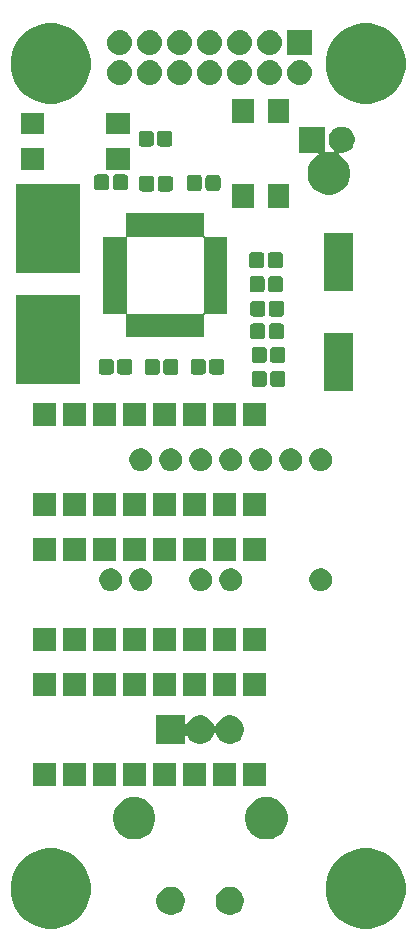
<source format=gts>
G04 #@! TF.GenerationSoftware,KiCad,Pcbnew,5.0.1-33cea8e~68~ubuntu14.04.1*
G04 #@! TF.CreationDate,2018-11-21T18:59:09-08:00*
G04 #@! TF.ProjectId,delay,64656C61792E6B696361645F70636200,rev?*
G04 #@! TF.SameCoordinates,Original*
G04 #@! TF.FileFunction,Soldermask,Top*
G04 #@! TF.FilePolarity,Negative*
%FSLAX46Y46*%
G04 Gerber Fmt 4.6, Leading zero omitted, Abs format (unit mm)*
G04 Created by KiCad (PCBNEW 5.0.1-33cea8e~68~ubuntu14.04.1) date Wed 21 Nov 2018 06:59:09 PM PST*
%MOMM*%
%LPD*%
G01*
G04 APERTURE LIST*
%ADD10C,0.100000*%
G04 APERTURE END LIST*
D10*
G36*
X129007743Y-163354660D02*
X129626503Y-163610958D01*
X130183377Y-163983050D01*
X130656950Y-164456623D01*
X131029042Y-165013497D01*
X131285340Y-165632257D01*
X131416000Y-166289128D01*
X131416000Y-166958872D01*
X131285340Y-167615743D01*
X131029042Y-168234503D01*
X130656950Y-168791377D01*
X130183377Y-169264950D01*
X129626503Y-169637042D01*
X129007743Y-169893340D01*
X128350872Y-170024000D01*
X127681128Y-170024000D01*
X127024257Y-169893340D01*
X126405497Y-169637042D01*
X125848623Y-169264950D01*
X125375050Y-168791377D01*
X125002958Y-168234503D01*
X124746660Y-167615743D01*
X124616000Y-166958872D01*
X124616000Y-166289128D01*
X124746660Y-165632257D01*
X125002958Y-165013497D01*
X125375050Y-164456623D01*
X125848623Y-163983050D01*
X126405497Y-163610958D01*
X127024257Y-163354660D01*
X127681128Y-163224000D01*
X128350872Y-163224000D01*
X129007743Y-163354660D01*
X129007743Y-163354660D01*
G37*
G36*
X155677743Y-163354660D02*
X156296503Y-163610958D01*
X156853377Y-163983050D01*
X157326950Y-164456623D01*
X157699042Y-165013497D01*
X157955340Y-165632257D01*
X158086000Y-166289128D01*
X158086000Y-166958872D01*
X157955340Y-167615743D01*
X157699042Y-168234503D01*
X157326950Y-168791377D01*
X156853377Y-169264950D01*
X156296503Y-169637042D01*
X155677743Y-169893340D01*
X155020872Y-170024000D01*
X154351128Y-170024000D01*
X153694257Y-169893340D01*
X153075497Y-169637042D01*
X152518623Y-169264950D01*
X152045050Y-168791377D01*
X151672958Y-168234503D01*
X151416660Y-167615743D01*
X151286000Y-166958872D01*
X151286000Y-166289128D01*
X151416660Y-165632257D01*
X151672958Y-165013497D01*
X152045050Y-164456623D01*
X152518623Y-163983050D01*
X153075497Y-163610958D01*
X153694257Y-163354660D01*
X154351128Y-163224000D01*
X155020872Y-163224000D01*
X155677743Y-163354660D01*
X155677743Y-163354660D01*
G37*
G36*
X138526026Y-166508115D02*
X138744412Y-166598573D01*
X138940958Y-166729901D01*
X139108099Y-166897042D01*
X139239427Y-167093588D01*
X139329885Y-167311974D01*
X139376000Y-167543809D01*
X139376000Y-167780191D01*
X139329885Y-168012026D01*
X139239427Y-168230412D01*
X139108099Y-168426958D01*
X138940958Y-168594099D01*
X138744412Y-168725427D01*
X138526026Y-168815885D01*
X138294191Y-168862000D01*
X138057809Y-168862000D01*
X137825974Y-168815885D01*
X137607588Y-168725427D01*
X137411042Y-168594099D01*
X137243901Y-168426958D01*
X137112573Y-168230412D01*
X137022115Y-168012026D01*
X136976000Y-167780191D01*
X136976000Y-167543809D01*
X137022115Y-167311974D01*
X137112573Y-167093588D01*
X137243901Y-166897042D01*
X137411042Y-166729901D01*
X137607588Y-166598573D01*
X137825974Y-166508115D01*
X138057809Y-166462000D01*
X138294191Y-166462000D01*
X138526026Y-166508115D01*
X138526026Y-166508115D01*
G37*
G36*
X143526026Y-166508115D02*
X143744412Y-166598573D01*
X143940958Y-166729901D01*
X144108099Y-166897042D01*
X144239427Y-167093588D01*
X144329885Y-167311974D01*
X144376000Y-167543809D01*
X144376000Y-167780191D01*
X144329885Y-168012026D01*
X144239427Y-168230412D01*
X144108099Y-168426958D01*
X143940958Y-168594099D01*
X143744412Y-168725427D01*
X143526026Y-168815885D01*
X143294191Y-168862000D01*
X143057809Y-168862000D01*
X142825974Y-168815885D01*
X142607588Y-168725427D01*
X142411042Y-168594099D01*
X142243901Y-168426958D01*
X142112573Y-168230412D01*
X142022115Y-168012026D01*
X141976000Y-167780191D01*
X141976000Y-167543809D01*
X142022115Y-167311974D01*
X142112573Y-167093588D01*
X142243901Y-166897042D01*
X142411042Y-166729901D01*
X142607588Y-166598573D01*
X142825974Y-166508115D01*
X143057809Y-166462000D01*
X143294191Y-166462000D01*
X143526026Y-166508115D01*
X143526026Y-166508115D01*
G37*
G36*
X146685122Y-158908115D02*
X146801041Y-158931173D01*
X147128620Y-159066861D01*
X147419511Y-159261228D01*
X147423436Y-159263851D01*
X147674149Y-159514564D01*
X147871140Y-159809382D01*
X148006827Y-160136960D01*
X148076000Y-160484714D01*
X148076000Y-160839286D01*
X148006827Y-161187040D01*
X147871140Y-161514618D01*
X147674149Y-161809436D01*
X147423436Y-162060149D01*
X147423433Y-162060151D01*
X147128620Y-162257139D01*
X146801041Y-162392827D01*
X146685122Y-162415885D01*
X146453286Y-162462000D01*
X146098714Y-162462000D01*
X145866878Y-162415885D01*
X145750959Y-162392827D01*
X145423380Y-162257139D01*
X145128567Y-162060151D01*
X145128564Y-162060149D01*
X144877851Y-161809436D01*
X144680860Y-161514618D01*
X144545173Y-161187040D01*
X144476000Y-160839286D01*
X144476000Y-160484714D01*
X144545173Y-160136960D01*
X144680860Y-159809382D01*
X144877851Y-159514564D01*
X145128564Y-159263851D01*
X145132489Y-159261228D01*
X145423380Y-159066861D01*
X145750959Y-158931173D01*
X145866878Y-158908115D01*
X146098714Y-158862000D01*
X146453286Y-158862000D01*
X146685122Y-158908115D01*
X146685122Y-158908115D01*
G37*
G36*
X135485122Y-158908115D02*
X135601041Y-158931173D01*
X135928620Y-159066861D01*
X136219511Y-159261228D01*
X136223436Y-159263851D01*
X136474149Y-159514564D01*
X136671140Y-159809382D01*
X136806827Y-160136960D01*
X136876000Y-160484714D01*
X136876000Y-160839286D01*
X136806827Y-161187040D01*
X136671140Y-161514618D01*
X136474149Y-161809436D01*
X136223436Y-162060149D01*
X136223433Y-162060151D01*
X135928620Y-162257139D01*
X135601041Y-162392827D01*
X135485122Y-162415885D01*
X135253286Y-162462000D01*
X134898714Y-162462000D01*
X134666878Y-162415885D01*
X134550959Y-162392827D01*
X134223380Y-162257139D01*
X133928567Y-162060151D01*
X133928564Y-162060149D01*
X133677851Y-161809436D01*
X133480860Y-161514618D01*
X133345173Y-161187040D01*
X133276000Y-160839286D01*
X133276000Y-160484714D01*
X133345173Y-160136960D01*
X133480860Y-159809382D01*
X133677851Y-159514564D01*
X133928564Y-159263851D01*
X133932489Y-159261228D01*
X134223380Y-159066861D01*
X134550959Y-158931173D01*
X134666878Y-158908115D01*
X134898714Y-158862000D01*
X135253286Y-158862000D01*
X135485122Y-158908115D01*
X135485122Y-158908115D01*
G37*
G36*
X131048000Y-157972000D02*
X129048000Y-157972000D01*
X129048000Y-155972000D01*
X131048000Y-155972000D01*
X131048000Y-157972000D01*
X131048000Y-157972000D01*
G37*
G36*
X146288000Y-157972000D02*
X144288000Y-157972000D01*
X144288000Y-155972000D01*
X146288000Y-155972000D01*
X146288000Y-157972000D01*
X146288000Y-157972000D01*
G37*
G36*
X143748000Y-157972000D02*
X141748000Y-157972000D01*
X141748000Y-155972000D01*
X143748000Y-155972000D01*
X143748000Y-157972000D01*
X143748000Y-157972000D01*
G37*
G36*
X141208000Y-157972000D02*
X139208000Y-157972000D01*
X139208000Y-155972000D01*
X141208000Y-155972000D01*
X141208000Y-157972000D01*
X141208000Y-157972000D01*
G37*
G36*
X138668000Y-157972000D02*
X136668000Y-157972000D01*
X136668000Y-155972000D01*
X138668000Y-155972000D01*
X138668000Y-157972000D01*
X138668000Y-157972000D01*
G37*
G36*
X136128000Y-157972000D02*
X134128000Y-157972000D01*
X134128000Y-155972000D01*
X136128000Y-155972000D01*
X136128000Y-157972000D01*
X136128000Y-157972000D01*
G37*
G36*
X128508000Y-157972000D02*
X126508000Y-157972000D01*
X126508000Y-155972000D01*
X128508000Y-155972000D01*
X128508000Y-157972000D01*
X128508000Y-157972000D01*
G37*
G36*
X133588000Y-157972000D02*
X131588000Y-157972000D01*
X131588000Y-155972000D01*
X133588000Y-155972000D01*
X133588000Y-157972000D01*
X133588000Y-157972000D01*
G37*
G36*
X139376000Y-152536308D02*
X139378402Y-152560694D01*
X139385515Y-152584143D01*
X139397066Y-152605754D01*
X139412612Y-152624696D01*
X139431554Y-152640242D01*
X139453165Y-152651793D01*
X139476614Y-152658906D01*
X139501000Y-152661308D01*
X139525386Y-152658906D01*
X139548835Y-152651793D01*
X139570446Y-152640242D01*
X139589388Y-152624696D01*
X139604934Y-152605754D01*
X139606895Y-152602085D01*
X139743901Y-152397042D01*
X139911042Y-152229901D01*
X140107588Y-152098573D01*
X140325974Y-152008115D01*
X140557809Y-151962000D01*
X140794191Y-151962000D01*
X141026026Y-152008115D01*
X141244412Y-152098573D01*
X141440958Y-152229901D01*
X141608099Y-152397042D01*
X141739427Y-152593588D01*
X141810515Y-152765210D01*
X141822066Y-152786821D01*
X141837612Y-152805763D01*
X141856554Y-152821309D01*
X141878164Y-152832860D01*
X141901614Y-152839973D01*
X141926000Y-152842375D01*
X141950386Y-152839973D01*
X141973835Y-152832860D01*
X141995446Y-152821309D01*
X142014388Y-152805763D01*
X142029934Y-152786821D01*
X142041485Y-152765210D01*
X142112573Y-152593588D01*
X142243901Y-152397042D01*
X142411042Y-152229901D01*
X142607588Y-152098573D01*
X142825974Y-152008115D01*
X143057809Y-151962000D01*
X143294191Y-151962000D01*
X143526026Y-152008115D01*
X143744412Y-152098573D01*
X143940958Y-152229901D01*
X144108099Y-152397042D01*
X144239427Y-152593588D01*
X144329885Y-152811974D01*
X144376000Y-153043809D01*
X144376000Y-153280191D01*
X144329885Y-153512026D01*
X144239427Y-153730412D01*
X144108099Y-153926958D01*
X143940958Y-154094099D01*
X143744412Y-154225427D01*
X143526026Y-154315885D01*
X143294191Y-154362000D01*
X143057809Y-154362000D01*
X142825974Y-154315885D01*
X142607588Y-154225427D01*
X142411042Y-154094099D01*
X142243901Y-153926958D01*
X142112573Y-153730412D01*
X142041485Y-153558790D01*
X142029934Y-153537179D01*
X142014388Y-153518237D01*
X141995446Y-153502691D01*
X141973836Y-153491140D01*
X141950386Y-153484027D01*
X141926000Y-153481625D01*
X141901614Y-153484027D01*
X141878165Y-153491140D01*
X141856554Y-153502691D01*
X141837612Y-153518237D01*
X141822066Y-153537179D01*
X141810515Y-153558790D01*
X141739427Y-153730412D01*
X141608099Y-153926958D01*
X141440958Y-154094099D01*
X141244412Y-154225427D01*
X141026026Y-154315885D01*
X140794191Y-154362000D01*
X140557809Y-154362000D01*
X140325974Y-154315885D01*
X140107588Y-154225427D01*
X139911042Y-154094099D01*
X139743901Y-153926958D01*
X139606890Y-153721907D01*
X139604929Y-153718239D01*
X139589382Y-153699298D01*
X139570439Y-153683754D01*
X139548828Y-153672204D01*
X139525378Y-153665092D01*
X139500992Y-153662692D01*
X139476605Y-153665095D01*
X139453157Y-153672210D01*
X139431547Y-153683763D01*
X139412606Y-153699310D01*
X139397062Y-153718253D01*
X139385512Y-153739864D01*
X139378400Y-153763314D01*
X139376000Y-153787692D01*
X139376000Y-154362000D01*
X136976000Y-154362000D01*
X136976000Y-151962000D01*
X139376000Y-151962000D01*
X139376000Y-152536308D01*
X139376000Y-152536308D01*
G37*
G36*
X131048000Y-150352000D02*
X129048000Y-150352000D01*
X129048000Y-148352000D01*
X131048000Y-148352000D01*
X131048000Y-150352000D01*
X131048000Y-150352000D01*
G37*
G36*
X143748000Y-150352000D02*
X141748000Y-150352000D01*
X141748000Y-148352000D01*
X143748000Y-148352000D01*
X143748000Y-150352000D01*
X143748000Y-150352000D01*
G37*
G36*
X141208000Y-150352000D02*
X139208000Y-150352000D01*
X139208000Y-148352000D01*
X141208000Y-148352000D01*
X141208000Y-150352000D01*
X141208000Y-150352000D01*
G37*
G36*
X138668000Y-150352000D02*
X136668000Y-150352000D01*
X136668000Y-148352000D01*
X138668000Y-148352000D01*
X138668000Y-150352000D01*
X138668000Y-150352000D01*
G37*
G36*
X136128000Y-150352000D02*
X134128000Y-150352000D01*
X134128000Y-148352000D01*
X136128000Y-148352000D01*
X136128000Y-150352000D01*
X136128000Y-150352000D01*
G37*
G36*
X133588000Y-150352000D02*
X131588000Y-150352000D01*
X131588000Y-148352000D01*
X133588000Y-148352000D01*
X133588000Y-150352000D01*
X133588000Y-150352000D01*
G37*
G36*
X128508000Y-150352000D02*
X126508000Y-150352000D01*
X126508000Y-148352000D01*
X128508000Y-148352000D01*
X128508000Y-150352000D01*
X128508000Y-150352000D01*
G37*
G36*
X146288000Y-150352000D02*
X144288000Y-150352000D01*
X144288000Y-148352000D01*
X146288000Y-148352000D01*
X146288000Y-150352000D01*
X146288000Y-150352000D01*
G37*
G36*
X143748000Y-146542000D02*
X141748000Y-146542000D01*
X141748000Y-144542000D01*
X143748000Y-144542000D01*
X143748000Y-146542000D01*
X143748000Y-146542000D01*
G37*
G36*
X146288000Y-146542000D02*
X144288000Y-146542000D01*
X144288000Y-144542000D01*
X146288000Y-144542000D01*
X146288000Y-146542000D01*
X146288000Y-146542000D01*
G37*
G36*
X141208000Y-146542000D02*
X139208000Y-146542000D01*
X139208000Y-144542000D01*
X141208000Y-144542000D01*
X141208000Y-146542000D01*
X141208000Y-146542000D01*
G37*
G36*
X138668000Y-146542000D02*
X136668000Y-146542000D01*
X136668000Y-144542000D01*
X138668000Y-144542000D01*
X138668000Y-146542000D01*
X138668000Y-146542000D01*
G37*
G36*
X133588000Y-146542000D02*
X131588000Y-146542000D01*
X131588000Y-144542000D01*
X133588000Y-144542000D01*
X133588000Y-146542000D01*
X133588000Y-146542000D01*
G37*
G36*
X128508000Y-146542000D02*
X126508000Y-146542000D01*
X126508000Y-144542000D01*
X128508000Y-144542000D01*
X128508000Y-146542000D01*
X128508000Y-146542000D01*
G37*
G36*
X131048000Y-146542000D02*
X129048000Y-146542000D01*
X129048000Y-144542000D01*
X131048000Y-144542000D01*
X131048000Y-146542000D01*
X131048000Y-146542000D01*
G37*
G36*
X136128000Y-146542000D02*
X134128000Y-146542000D01*
X134128000Y-144542000D01*
X136128000Y-144542000D01*
X136128000Y-146542000D01*
X136128000Y-146542000D01*
G37*
G36*
X140996603Y-139536968D02*
X140996606Y-139536969D01*
X140996605Y-139536969D01*
X141171678Y-139609486D01*
X141171679Y-139609487D01*
X141329241Y-139714767D01*
X141463233Y-139848759D01*
X141463234Y-139848761D01*
X141568514Y-140006322D01*
X141624603Y-140141734D01*
X141641032Y-140181397D01*
X141678000Y-140367250D01*
X141678000Y-140556750D01*
X141641032Y-140742603D01*
X141641031Y-140742605D01*
X141568514Y-140917678D01*
X141568513Y-140917679D01*
X141463233Y-141075241D01*
X141329241Y-141209233D01*
X141249923Y-141262232D01*
X141171678Y-141314514D01*
X141036266Y-141370603D01*
X140996603Y-141387032D01*
X140810750Y-141424000D01*
X140621250Y-141424000D01*
X140435397Y-141387032D01*
X140395734Y-141370603D01*
X140260322Y-141314514D01*
X140182077Y-141262232D01*
X140102759Y-141209233D01*
X139968767Y-141075241D01*
X139863487Y-140917679D01*
X139863486Y-140917678D01*
X139790969Y-140742605D01*
X139790968Y-140742603D01*
X139754000Y-140556750D01*
X139754000Y-140367250D01*
X139790968Y-140181397D01*
X139807397Y-140141734D01*
X139863486Y-140006322D01*
X139968766Y-139848761D01*
X139968767Y-139848759D01*
X140102759Y-139714767D01*
X140260321Y-139609487D01*
X140260322Y-139609486D01*
X140435395Y-139536969D01*
X140435394Y-139536969D01*
X140435397Y-139536968D01*
X140621250Y-139500000D01*
X140810750Y-139500000D01*
X140996603Y-139536968D01*
X140996603Y-139536968D01*
G37*
G36*
X133376603Y-139536968D02*
X133376606Y-139536969D01*
X133376605Y-139536969D01*
X133551678Y-139609486D01*
X133551679Y-139609487D01*
X133709241Y-139714767D01*
X133843233Y-139848759D01*
X133843234Y-139848761D01*
X133948514Y-140006322D01*
X134004603Y-140141734D01*
X134021032Y-140181397D01*
X134058000Y-140367250D01*
X134058000Y-140556750D01*
X134021032Y-140742603D01*
X134021031Y-140742605D01*
X133948514Y-140917678D01*
X133948513Y-140917679D01*
X133843233Y-141075241D01*
X133709241Y-141209233D01*
X133629923Y-141262232D01*
X133551678Y-141314514D01*
X133416266Y-141370603D01*
X133376603Y-141387032D01*
X133190750Y-141424000D01*
X133001250Y-141424000D01*
X132815397Y-141387032D01*
X132775734Y-141370603D01*
X132640322Y-141314514D01*
X132562077Y-141262232D01*
X132482759Y-141209233D01*
X132348767Y-141075241D01*
X132243487Y-140917679D01*
X132243486Y-140917678D01*
X132170969Y-140742605D01*
X132170968Y-140742603D01*
X132134000Y-140556750D01*
X132134000Y-140367250D01*
X132170968Y-140181397D01*
X132187397Y-140141734D01*
X132243486Y-140006322D01*
X132348766Y-139848761D01*
X132348767Y-139848759D01*
X132482759Y-139714767D01*
X132640321Y-139609487D01*
X132640322Y-139609486D01*
X132815395Y-139536969D01*
X132815394Y-139536969D01*
X132815397Y-139536968D01*
X133001250Y-139500000D01*
X133190750Y-139500000D01*
X133376603Y-139536968D01*
X133376603Y-139536968D01*
G37*
G36*
X151156603Y-139536968D02*
X151156606Y-139536969D01*
X151156605Y-139536969D01*
X151331678Y-139609486D01*
X151331679Y-139609487D01*
X151489241Y-139714767D01*
X151623233Y-139848759D01*
X151623234Y-139848761D01*
X151728514Y-140006322D01*
X151784603Y-140141734D01*
X151801032Y-140181397D01*
X151838000Y-140367250D01*
X151838000Y-140556750D01*
X151801032Y-140742603D01*
X151801031Y-140742605D01*
X151728514Y-140917678D01*
X151728513Y-140917679D01*
X151623233Y-141075241D01*
X151489241Y-141209233D01*
X151409923Y-141262232D01*
X151331678Y-141314514D01*
X151196266Y-141370603D01*
X151156603Y-141387032D01*
X150970750Y-141424000D01*
X150781250Y-141424000D01*
X150595397Y-141387032D01*
X150555734Y-141370603D01*
X150420322Y-141314514D01*
X150342077Y-141262232D01*
X150262759Y-141209233D01*
X150128767Y-141075241D01*
X150023487Y-140917679D01*
X150023486Y-140917678D01*
X149950969Y-140742605D01*
X149950968Y-140742603D01*
X149914000Y-140556750D01*
X149914000Y-140367250D01*
X149950968Y-140181397D01*
X149967397Y-140141734D01*
X150023486Y-140006322D01*
X150128766Y-139848761D01*
X150128767Y-139848759D01*
X150262759Y-139714767D01*
X150420321Y-139609487D01*
X150420322Y-139609486D01*
X150595395Y-139536969D01*
X150595394Y-139536969D01*
X150595397Y-139536968D01*
X150781250Y-139500000D01*
X150970750Y-139500000D01*
X151156603Y-139536968D01*
X151156603Y-139536968D01*
G37*
G36*
X143536603Y-139536968D02*
X143536606Y-139536969D01*
X143536605Y-139536969D01*
X143711678Y-139609486D01*
X143711679Y-139609487D01*
X143869241Y-139714767D01*
X144003233Y-139848759D01*
X144003234Y-139848761D01*
X144108514Y-140006322D01*
X144164603Y-140141734D01*
X144181032Y-140181397D01*
X144218000Y-140367250D01*
X144218000Y-140556750D01*
X144181032Y-140742603D01*
X144181031Y-140742605D01*
X144108514Y-140917678D01*
X144108513Y-140917679D01*
X144003233Y-141075241D01*
X143869241Y-141209233D01*
X143789923Y-141262232D01*
X143711678Y-141314514D01*
X143576266Y-141370603D01*
X143536603Y-141387032D01*
X143350750Y-141424000D01*
X143161250Y-141424000D01*
X142975397Y-141387032D01*
X142935734Y-141370603D01*
X142800322Y-141314514D01*
X142722077Y-141262232D01*
X142642759Y-141209233D01*
X142508767Y-141075241D01*
X142403487Y-140917679D01*
X142403486Y-140917678D01*
X142330969Y-140742605D01*
X142330968Y-140742603D01*
X142294000Y-140556750D01*
X142294000Y-140367250D01*
X142330968Y-140181397D01*
X142347397Y-140141734D01*
X142403486Y-140006322D01*
X142508766Y-139848761D01*
X142508767Y-139848759D01*
X142642759Y-139714767D01*
X142800321Y-139609487D01*
X142800322Y-139609486D01*
X142975395Y-139536969D01*
X142975394Y-139536969D01*
X142975397Y-139536968D01*
X143161250Y-139500000D01*
X143350750Y-139500000D01*
X143536603Y-139536968D01*
X143536603Y-139536968D01*
G37*
G36*
X135916603Y-139536968D02*
X135916606Y-139536969D01*
X135916605Y-139536969D01*
X136091678Y-139609486D01*
X136091679Y-139609487D01*
X136249241Y-139714767D01*
X136383233Y-139848759D01*
X136383234Y-139848761D01*
X136488514Y-140006322D01*
X136544603Y-140141734D01*
X136561032Y-140181397D01*
X136598000Y-140367250D01*
X136598000Y-140556750D01*
X136561032Y-140742603D01*
X136561031Y-140742605D01*
X136488514Y-140917678D01*
X136488513Y-140917679D01*
X136383233Y-141075241D01*
X136249241Y-141209233D01*
X136169923Y-141262232D01*
X136091678Y-141314514D01*
X135956266Y-141370603D01*
X135916603Y-141387032D01*
X135730750Y-141424000D01*
X135541250Y-141424000D01*
X135355397Y-141387032D01*
X135315734Y-141370603D01*
X135180322Y-141314514D01*
X135102077Y-141262232D01*
X135022759Y-141209233D01*
X134888767Y-141075241D01*
X134783487Y-140917679D01*
X134783486Y-140917678D01*
X134710969Y-140742605D01*
X134710968Y-140742603D01*
X134674000Y-140556750D01*
X134674000Y-140367250D01*
X134710968Y-140181397D01*
X134727397Y-140141734D01*
X134783486Y-140006322D01*
X134888766Y-139848761D01*
X134888767Y-139848759D01*
X135022759Y-139714767D01*
X135180321Y-139609487D01*
X135180322Y-139609486D01*
X135355395Y-139536969D01*
X135355394Y-139536969D01*
X135355397Y-139536968D01*
X135541250Y-139500000D01*
X135730750Y-139500000D01*
X135916603Y-139536968D01*
X135916603Y-139536968D01*
G37*
G36*
X131048000Y-138922000D02*
X129048000Y-138922000D01*
X129048000Y-136922000D01*
X131048000Y-136922000D01*
X131048000Y-138922000D01*
X131048000Y-138922000D01*
G37*
G36*
X133588000Y-138922000D02*
X131588000Y-138922000D01*
X131588000Y-136922000D01*
X133588000Y-136922000D01*
X133588000Y-138922000D01*
X133588000Y-138922000D01*
G37*
G36*
X141208000Y-138922000D02*
X139208000Y-138922000D01*
X139208000Y-136922000D01*
X141208000Y-136922000D01*
X141208000Y-138922000D01*
X141208000Y-138922000D01*
G37*
G36*
X138668000Y-138922000D02*
X136668000Y-138922000D01*
X136668000Y-136922000D01*
X138668000Y-136922000D01*
X138668000Y-138922000D01*
X138668000Y-138922000D01*
G37*
G36*
X143748000Y-138922000D02*
X141748000Y-138922000D01*
X141748000Y-136922000D01*
X143748000Y-136922000D01*
X143748000Y-138922000D01*
X143748000Y-138922000D01*
G37*
G36*
X136128000Y-138922000D02*
X134128000Y-138922000D01*
X134128000Y-136922000D01*
X136128000Y-136922000D01*
X136128000Y-138922000D01*
X136128000Y-138922000D01*
G37*
G36*
X146288000Y-138922000D02*
X144288000Y-138922000D01*
X144288000Y-136922000D01*
X146288000Y-136922000D01*
X146288000Y-138922000D01*
X146288000Y-138922000D01*
G37*
G36*
X128508000Y-138922000D02*
X126508000Y-138922000D01*
X126508000Y-136922000D01*
X128508000Y-136922000D01*
X128508000Y-138922000D01*
X128508000Y-138922000D01*
G37*
G36*
X128508000Y-135112000D02*
X126508000Y-135112000D01*
X126508000Y-133112000D01*
X128508000Y-133112000D01*
X128508000Y-135112000D01*
X128508000Y-135112000D01*
G37*
G36*
X146288000Y-135112000D02*
X144288000Y-135112000D01*
X144288000Y-133112000D01*
X146288000Y-133112000D01*
X146288000Y-135112000D01*
X146288000Y-135112000D01*
G37*
G36*
X143748000Y-135112000D02*
X141748000Y-135112000D01*
X141748000Y-133112000D01*
X143748000Y-133112000D01*
X143748000Y-135112000D01*
X143748000Y-135112000D01*
G37*
G36*
X141208000Y-135112000D02*
X139208000Y-135112000D01*
X139208000Y-133112000D01*
X141208000Y-133112000D01*
X141208000Y-135112000D01*
X141208000Y-135112000D01*
G37*
G36*
X138668000Y-135112000D02*
X136668000Y-135112000D01*
X136668000Y-133112000D01*
X138668000Y-133112000D01*
X138668000Y-135112000D01*
X138668000Y-135112000D01*
G37*
G36*
X133588000Y-135112000D02*
X131588000Y-135112000D01*
X131588000Y-133112000D01*
X133588000Y-133112000D01*
X133588000Y-135112000D01*
X133588000Y-135112000D01*
G37*
G36*
X131048000Y-135112000D02*
X129048000Y-135112000D01*
X129048000Y-133112000D01*
X131048000Y-133112000D01*
X131048000Y-135112000D01*
X131048000Y-135112000D01*
G37*
G36*
X136128000Y-135112000D02*
X134128000Y-135112000D01*
X134128000Y-133112000D01*
X136128000Y-133112000D01*
X136128000Y-135112000D01*
X136128000Y-135112000D01*
G37*
G36*
X140996603Y-129376968D02*
X140996606Y-129376969D01*
X140996605Y-129376969D01*
X141171678Y-129449486D01*
X141171679Y-129449487D01*
X141329241Y-129554767D01*
X141463233Y-129688759D01*
X141463234Y-129688761D01*
X141568514Y-129846322D01*
X141624603Y-129981734D01*
X141641032Y-130021397D01*
X141678000Y-130207250D01*
X141678000Y-130396750D01*
X141641032Y-130582603D01*
X141641031Y-130582605D01*
X141568514Y-130757678D01*
X141568513Y-130757679D01*
X141463233Y-130915241D01*
X141329241Y-131049233D01*
X141249923Y-131102232D01*
X141171678Y-131154514D01*
X141036266Y-131210603D01*
X140996603Y-131227032D01*
X140810750Y-131264000D01*
X140621250Y-131264000D01*
X140435397Y-131227032D01*
X140395734Y-131210603D01*
X140260322Y-131154514D01*
X140182077Y-131102232D01*
X140102759Y-131049233D01*
X139968767Y-130915241D01*
X139863487Y-130757679D01*
X139863486Y-130757678D01*
X139790969Y-130582605D01*
X139790968Y-130582603D01*
X139754000Y-130396750D01*
X139754000Y-130207250D01*
X139790968Y-130021397D01*
X139807397Y-129981734D01*
X139863486Y-129846322D01*
X139968766Y-129688761D01*
X139968767Y-129688759D01*
X140102759Y-129554767D01*
X140260321Y-129449487D01*
X140260322Y-129449486D01*
X140435395Y-129376969D01*
X140435394Y-129376969D01*
X140435397Y-129376968D01*
X140621250Y-129340000D01*
X140810750Y-129340000D01*
X140996603Y-129376968D01*
X140996603Y-129376968D01*
G37*
G36*
X146076603Y-129376968D02*
X146076606Y-129376969D01*
X146076605Y-129376969D01*
X146251678Y-129449486D01*
X146251679Y-129449487D01*
X146409241Y-129554767D01*
X146543233Y-129688759D01*
X146543234Y-129688761D01*
X146648514Y-129846322D01*
X146704603Y-129981734D01*
X146721032Y-130021397D01*
X146758000Y-130207250D01*
X146758000Y-130396750D01*
X146721032Y-130582603D01*
X146721031Y-130582605D01*
X146648514Y-130757678D01*
X146648513Y-130757679D01*
X146543233Y-130915241D01*
X146409241Y-131049233D01*
X146329923Y-131102232D01*
X146251678Y-131154514D01*
X146116266Y-131210603D01*
X146076603Y-131227032D01*
X145890750Y-131264000D01*
X145701250Y-131264000D01*
X145515397Y-131227032D01*
X145475734Y-131210603D01*
X145340322Y-131154514D01*
X145262077Y-131102232D01*
X145182759Y-131049233D01*
X145048767Y-130915241D01*
X144943487Y-130757679D01*
X144943486Y-130757678D01*
X144870969Y-130582605D01*
X144870968Y-130582603D01*
X144834000Y-130396750D01*
X144834000Y-130207250D01*
X144870968Y-130021397D01*
X144887397Y-129981734D01*
X144943486Y-129846322D01*
X145048766Y-129688761D01*
X145048767Y-129688759D01*
X145182759Y-129554767D01*
X145340321Y-129449487D01*
X145340322Y-129449486D01*
X145515395Y-129376969D01*
X145515394Y-129376969D01*
X145515397Y-129376968D01*
X145701250Y-129340000D01*
X145890750Y-129340000D01*
X146076603Y-129376968D01*
X146076603Y-129376968D01*
G37*
G36*
X143536603Y-129376968D02*
X143536606Y-129376969D01*
X143536605Y-129376969D01*
X143711678Y-129449486D01*
X143711679Y-129449487D01*
X143869241Y-129554767D01*
X144003233Y-129688759D01*
X144003234Y-129688761D01*
X144108514Y-129846322D01*
X144164603Y-129981734D01*
X144181032Y-130021397D01*
X144218000Y-130207250D01*
X144218000Y-130396750D01*
X144181032Y-130582603D01*
X144181031Y-130582605D01*
X144108514Y-130757678D01*
X144108513Y-130757679D01*
X144003233Y-130915241D01*
X143869241Y-131049233D01*
X143789923Y-131102232D01*
X143711678Y-131154514D01*
X143576266Y-131210603D01*
X143536603Y-131227032D01*
X143350750Y-131264000D01*
X143161250Y-131264000D01*
X142975397Y-131227032D01*
X142935734Y-131210603D01*
X142800322Y-131154514D01*
X142722077Y-131102232D01*
X142642759Y-131049233D01*
X142508767Y-130915241D01*
X142403487Y-130757679D01*
X142403486Y-130757678D01*
X142330969Y-130582605D01*
X142330968Y-130582603D01*
X142294000Y-130396750D01*
X142294000Y-130207250D01*
X142330968Y-130021397D01*
X142347397Y-129981734D01*
X142403486Y-129846322D01*
X142508766Y-129688761D01*
X142508767Y-129688759D01*
X142642759Y-129554767D01*
X142800321Y-129449487D01*
X142800322Y-129449486D01*
X142975395Y-129376969D01*
X142975394Y-129376969D01*
X142975397Y-129376968D01*
X143161250Y-129340000D01*
X143350750Y-129340000D01*
X143536603Y-129376968D01*
X143536603Y-129376968D01*
G37*
G36*
X135916603Y-129376968D02*
X135916606Y-129376969D01*
X135916605Y-129376969D01*
X136091678Y-129449486D01*
X136091679Y-129449487D01*
X136249241Y-129554767D01*
X136383233Y-129688759D01*
X136383234Y-129688761D01*
X136488514Y-129846322D01*
X136544603Y-129981734D01*
X136561032Y-130021397D01*
X136598000Y-130207250D01*
X136598000Y-130396750D01*
X136561032Y-130582603D01*
X136561031Y-130582605D01*
X136488514Y-130757678D01*
X136488513Y-130757679D01*
X136383233Y-130915241D01*
X136249241Y-131049233D01*
X136169923Y-131102232D01*
X136091678Y-131154514D01*
X135956266Y-131210603D01*
X135916603Y-131227032D01*
X135730750Y-131264000D01*
X135541250Y-131264000D01*
X135355397Y-131227032D01*
X135315734Y-131210603D01*
X135180322Y-131154514D01*
X135102077Y-131102232D01*
X135022759Y-131049233D01*
X134888767Y-130915241D01*
X134783487Y-130757679D01*
X134783486Y-130757678D01*
X134710969Y-130582605D01*
X134710968Y-130582603D01*
X134674000Y-130396750D01*
X134674000Y-130207250D01*
X134710968Y-130021397D01*
X134727397Y-129981734D01*
X134783486Y-129846322D01*
X134888766Y-129688761D01*
X134888767Y-129688759D01*
X135022759Y-129554767D01*
X135180321Y-129449487D01*
X135180322Y-129449486D01*
X135355395Y-129376969D01*
X135355394Y-129376969D01*
X135355397Y-129376968D01*
X135541250Y-129340000D01*
X135730750Y-129340000D01*
X135916603Y-129376968D01*
X135916603Y-129376968D01*
G37*
G36*
X138456603Y-129376968D02*
X138456606Y-129376969D01*
X138456605Y-129376969D01*
X138631678Y-129449486D01*
X138631679Y-129449487D01*
X138789241Y-129554767D01*
X138923233Y-129688759D01*
X138923234Y-129688761D01*
X139028514Y-129846322D01*
X139084603Y-129981734D01*
X139101032Y-130021397D01*
X139138000Y-130207250D01*
X139138000Y-130396750D01*
X139101032Y-130582603D01*
X139101031Y-130582605D01*
X139028514Y-130757678D01*
X139028513Y-130757679D01*
X138923233Y-130915241D01*
X138789241Y-131049233D01*
X138709923Y-131102232D01*
X138631678Y-131154514D01*
X138496266Y-131210603D01*
X138456603Y-131227032D01*
X138270750Y-131264000D01*
X138081250Y-131264000D01*
X137895397Y-131227032D01*
X137855734Y-131210603D01*
X137720322Y-131154514D01*
X137642077Y-131102232D01*
X137562759Y-131049233D01*
X137428767Y-130915241D01*
X137323487Y-130757679D01*
X137323486Y-130757678D01*
X137250969Y-130582605D01*
X137250968Y-130582603D01*
X137214000Y-130396750D01*
X137214000Y-130207250D01*
X137250968Y-130021397D01*
X137267397Y-129981734D01*
X137323486Y-129846322D01*
X137428766Y-129688761D01*
X137428767Y-129688759D01*
X137562759Y-129554767D01*
X137720321Y-129449487D01*
X137720322Y-129449486D01*
X137895395Y-129376969D01*
X137895394Y-129376969D01*
X137895397Y-129376968D01*
X138081250Y-129340000D01*
X138270750Y-129340000D01*
X138456603Y-129376968D01*
X138456603Y-129376968D01*
G37*
G36*
X148616603Y-129376968D02*
X148616606Y-129376969D01*
X148616605Y-129376969D01*
X148791678Y-129449486D01*
X148791679Y-129449487D01*
X148949241Y-129554767D01*
X149083233Y-129688759D01*
X149083234Y-129688761D01*
X149188514Y-129846322D01*
X149244603Y-129981734D01*
X149261032Y-130021397D01*
X149298000Y-130207250D01*
X149298000Y-130396750D01*
X149261032Y-130582603D01*
X149261031Y-130582605D01*
X149188514Y-130757678D01*
X149188513Y-130757679D01*
X149083233Y-130915241D01*
X148949241Y-131049233D01*
X148869923Y-131102232D01*
X148791678Y-131154514D01*
X148656266Y-131210603D01*
X148616603Y-131227032D01*
X148430750Y-131264000D01*
X148241250Y-131264000D01*
X148055397Y-131227032D01*
X148015734Y-131210603D01*
X147880322Y-131154514D01*
X147802077Y-131102232D01*
X147722759Y-131049233D01*
X147588767Y-130915241D01*
X147483487Y-130757679D01*
X147483486Y-130757678D01*
X147410969Y-130582605D01*
X147410968Y-130582603D01*
X147374000Y-130396750D01*
X147374000Y-130207250D01*
X147410968Y-130021397D01*
X147427397Y-129981734D01*
X147483486Y-129846322D01*
X147588766Y-129688761D01*
X147588767Y-129688759D01*
X147722759Y-129554767D01*
X147880321Y-129449487D01*
X147880322Y-129449486D01*
X148055395Y-129376969D01*
X148055394Y-129376969D01*
X148055397Y-129376968D01*
X148241250Y-129340000D01*
X148430750Y-129340000D01*
X148616603Y-129376968D01*
X148616603Y-129376968D01*
G37*
G36*
X151156603Y-129376968D02*
X151156606Y-129376969D01*
X151156605Y-129376969D01*
X151331678Y-129449486D01*
X151331679Y-129449487D01*
X151489241Y-129554767D01*
X151623233Y-129688759D01*
X151623234Y-129688761D01*
X151728514Y-129846322D01*
X151784603Y-129981734D01*
X151801032Y-130021397D01*
X151838000Y-130207250D01*
X151838000Y-130396750D01*
X151801032Y-130582603D01*
X151801031Y-130582605D01*
X151728514Y-130757678D01*
X151728513Y-130757679D01*
X151623233Y-130915241D01*
X151489241Y-131049233D01*
X151409923Y-131102232D01*
X151331678Y-131154514D01*
X151196266Y-131210603D01*
X151156603Y-131227032D01*
X150970750Y-131264000D01*
X150781250Y-131264000D01*
X150595397Y-131227032D01*
X150555734Y-131210603D01*
X150420322Y-131154514D01*
X150342077Y-131102232D01*
X150262759Y-131049233D01*
X150128767Y-130915241D01*
X150023487Y-130757679D01*
X150023486Y-130757678D01*
X149950969Y-130582605D01*
X149950968Y-130582603D01*
X149914000Y-130396750D01*
X149914000Y-130207250D01*
X149950968Y-130021397D01*
X149967397Y-129981734D01*
X150023486Y-129846322D01*
X150128766Y-129688761D01*
X150128767Y-129688759D01*
X150262759Y-129554767D01*
X150420321Y-129449487D01*
X150420322Y-129449486D01*
X150595395Y-129376969D01*
X150595394Y-129376969D01*
X150595397Y-129376968D01*
X150781250Y-129340000D01*
X150970750Y-129340000D01*
X151156603Y-129376968D01*
X151156603Y-129376968D01*
G37*
G36*
X128508000Y-127492000D02*
X126508000Y-127492000D01*
X126508000Y-125492000D01*
X128508000Y-125492000D01*
X128508000Y-127492000D01*
X128508000Y-127492000D01*
G37*
G36*
X131048000Y-127492000D02*
X129048000Y-127492000D01*
X129048000Y-125492000D01*
X131048000Y-125492000D01*
X131048000Y-127492000D01*
X131048000Y-127492000D01*
G37*
G36*
X141208000Y-127492000D02*
X139208000Y-127492000D01*
X139208000Y-125492000D01*
X141208000Y-125492000D01*
X141208000Y-127492000D01*
X141208000Y-127492000D01*
G37*
G36*
X133588000Y-127492000D02*
X131588000Y-127492000D01*
X131588000Y-125492000D01*
X133588000Y-125492000D01*
X133588000Y-127492000D01*
X133588000Y-127492000D01*
G37*
G36*
X138668000Y-127492000D02*
X136668000Y-127492000D01*
X136668000Y-125492000D01*
X138668000Y-125492000D01*
X138668000Y-127492000D01*
X138668000Y-127492000D01*
G37*
G36*
X146288000Y-127492000D02*
X144288000Y-127492000D01*
X144288000Y-125492000D01*
X146288000Y-125492000D01*
X146288000Y-127492000D01*
X146288000Y-127492000D01*
G37*
G36*
X143748000Y-127492000D02*
X141748000Y-127492000D01*
X141748000Y-125492000D01*
X143748000Y-125492000D01*
X143748000Y-127492000D01*
X143748000Y-127492000D01*
G37*
G36*
X136128000Y-127492000D02*
X134128000Y-127492000D01*
X134128000Y-125492000D01*
X136128000Y-125492000D01*
X136128000Y-127492000D01*
X136128000Y-127492000D01*
G37*
G36*
X153600000Y-124488000D02*
X151200000Y-124488000D01*
X151200000Y-119588000D01*
X153600000Y-119588000D01*
X153600000Y-124488000D01*
X153600000Y-124488000D01*
G37*
G36*
X147686122Y-122798517D02*
X147734085Y-122813066D01*
X147778275Y-122836686D01*
X147817018Y-122868482D01*
X147848814Y-122907225D01*
X147872434Y-122951415D01*
X147886983Y-122999378D01*
X147892500Y-123055391D01*
X147892500Y-123880609D01*
X147886983Y-123936622D01*
X147872434Y-123984585D01*
X147848814Y-124028775D01*
X147817018Y-124067518D01*
X147778275Y-124099314D01*
X147734085Y-124122934D01*
X147686122Y-124137483D01*
X147630109Y-124143000D01*
X146879891Y-124143000D01*
X146823878Y-124137483D01*
X146775915Y-124122934D01*
X146731725Y-124099314D01*
X146692982Y-124067518D01*
X146661186Y-124028775D01*
X146637566Y-123984585D01*
X146623017Y-123936622D01*
X146617500Y-123880609D01*
X146617500Y-123055391D01*
X146623017Y-122999378D01*
X146637566Y-122951415D01*
X146661186Y-122907225D01*
X146692982Y-122868482D01*
X146731725Y-122836686D01*
X146775915Y-122813066D01*
X146823878Y-122798517D01*
X146879891Y-122793000D01*
X147630109Y-122793000D01*
X147686122Y-122798517D01*
X147686122Y-122798517D01*
G37*
G36*
X146111122Y-122798517D02*
X146159085Y-122813066D01*
X146203275Y-122836686D01*
X146242018Y-122868482D01*
X146273814Y-122907225D01*
X146297434Y-122951415D01*
X146311983Y-122999378D01*
X146317500Y-123055391D01*
X146317500Y-123880609D01*
X146311983Y-123936622D01*
X146297434Y-123984585D01*
X146273814Y-124028775D01*
X146242018Y-124067518D01*
X146203275Y-124099314D01*
X146159085Y-124122934D01*
X146111122Y-124137483D01*
X146055109Y-124143000D01*
X145304891Y-124143000D01*
X145248878Y-124137483D01*
X145200915Y-124122934D01*
X145156725Y-124099314D01*
X145117982Y-124067518D01*
X145086186Y-124028775D01*
X145062566Y-123984585D01*
X145048017Y-123936622D01*
X145042500Y-123880609D01*
X145042500Y-123055391D01*
X145048017Y-122999378D01*
X145062566Y-122951415D01*
X145086186Y-122907225D01*
X145117982Y-122868482D01*
X145156725Y-122836686D01*
X145200915Y-122813066D01*
X145248878Y-122798517D01*
X145304891Y-122793000D01*
X146055109Y-122793000D01*
X146111122Y-122798517D01*
X146111122Y-122798517D01*
G37*
G36*
X130462000Y-123882000D02*
X125062000Y-123882000D01*
X125062000Y-116402000D01*
X130462000Y-116402000D01*
X130462000Y-123882000D01*
X130462000Y-123882000D01*
G37*
G36*
X137046122Y-121782517D02*
X137094085Y-121797066D01*
X137138275Y-121820686D01*
X137177018Y-121852482D01*
X137208814Y-121891225D01*
X137232434Y-121935415D01*
X137246983Y-121983378D01*
X137252500Y-122039391D01*
X137252500Y-122864609D01*
X137246983Y-122920622D01*
X137232434Y-122968585D01*
X137208814Y-123012775D01*
X137177018Y-123051518D01*
X137138275Y-123083314D01*
X137094085Y-123106934D01*
X137046122Y-123121483D01*
X136990109Y-123127000D01*
X136239891Y-123127000D01*
X136183878Y-123121483D01*
X136135915Y-123106934D01*
X136091725Y-123083314D01*
X136052982Y-123051518D01*
X136021186Y-123012775D01*
X135997566Y-122968585D01*
X135983017Y-122920622D01*
X135977500Y-122864609D01*
X135977500Y-122039391D01*
X135983017Y-121983378D01*
X135997566Y-121935415D01*
X136021186Y-121891225D01*
X136052982Y-121852482D01*
X136091725Y-121820686D01*
X136135915Y-121797066D01*
X136183878Y-121782517D01*
X136239891Y-121777000D01*
X136990109Y-121777000D01*
X137046122Y-121782517D01*
X137046122Y-121782517D01*
G37*
G36*
X138621122Y-121782517D02*
X138669085Y-121797066D01*
X138713275Y-121820686D01*
X138752018Y-121852482D01*
X138783814Y-121891225D01*
X138807434Y-121935415D01*
X138821983Y-121983378D01*
X138827500Y-122039391D01*
X138827500Y-122864609D01*
X138821983Y-122920622D01*
X138807434Y-122968585D01*
X138783814Y-123012775D01*
X138752018Y-123051518D01*
X138713275Y-123083314D01*
X138669085Y-123106934D01*
X138621122Y-123121483D01*
X138565109Y-123127000D01*
X137814891Y-123127000D01*
X137758878Y-123121483D01*
X137710915Y-123106934D01*
X137666725Y-123083314D01*
X137627982Y-123051518D01*
X137596186Y-123012775D01*
X137572566Y-122968585D01*
X137558017Y-122920622D01*
X137552500Y-122864609D01*
X137552500Y-122039391D01*
X137558017Y-121983378D01*
X137572566Y-121935415D01*
X137596186Y-121891225D01*
X137627982Y-121852482D01*
X137666725Y-121820686D01*
X137710915Y-121797066D01*
X137758878Y-121782517D01*
X137814891Y-121777000D01*
X138565109Y-121777000D01*
X138621122Y-121782517D01*
X138621122Y-121782517D01*
G37*
G36*
X133146122Y-121758517D02*
X133194085Y-121773066D01*
X133238275Y-121796686D01*
X133277018Y-121828482D01*
X133308814Y-121867225D01*
X133332434Y-121911415D01*
X133346983Y-121959378D01*
X133352500Y-122015391D01*
X133352500Y-122840609D01*
X133346983Y-122896622D01*
X133332434Y-122944585D01*
X133308814Y-122988775D01*
X133277018Y-123027518D01*
X133238275Y-123059314D01*
X133194085Y-123082934D01*
X133146122Y-123097483D01*
X133090109Y-123103000D01*
X132339891Y-123103000D01*
X132283878Y-123097483D01*
X132235915Y-123082934D01*
X132191725Y-123059314D01*
X132152982Y-123027518D01*
X132121186Y-122988775D01*
X132097566Y-122944585D01*
X132083017Y-122896622D01*
X132077500Y-122840609D01*
X132077500Y-122015391D01*
X132083017Y-121959378D01*
X132097566Y-121911415D01*
X132121186Y-121867225D01*
X132152982Y-121828482D01*
X132191725Y-121796686D01*
X132235915Y-121773066D01*
X132283878Y-121758517D01*
X132339891Y-121753000D01*
X133090109Y-121753000D01*
X133146122Y-121758517D01*
X133146122Y-121758517D01*
G37*
G36*
X142506122Y-121758517D02*
X142554085Y-121773066D01*
X142598275Y-121796686D01*
X142637018Y-121828482D01*
X142668814Y-121867225D01*
X142692434Y-121911415D01*
X142706983Y-121959378D01*
X142712500Y-122015391D01*
X142712500Y-122840609D01*
X142706983Y-122896622D01*
X142692434Y-122944585D01*
X142668814Y-122988775D01*
X142637018Y-123027518D01*
X142598275Y-123059314D01*
X142554085Y-123082934D01*
X142506122Y-123097483D01*
X142450109Y-123103000D01*
X141699891Y-123103000D01*
X141643878Y-123097483D01*
X141595915Y-123082934D01*
X141551725Y-123059314D01*
X141512982Y-123027518D01*
X141481186Y-122988775D01*
X141457566Y-122944585D01*
X141443017Y-122896622D01*
X141437500Y-122840609D01*
X141437500Y-122015391D01*
X141443017Y-121959378D01*
X141457566Y-121911415D01*
X141481186Y-121867225D01*
X141512982Y-121828482D01*
X141551725Y-121796686D01*
X141595915Y-121773066D01*
X141643878Y-121758517D01*
X141699891Y-121753000D01*
X142450109Y-121753000D01*
X142506122Y-121758517D01*
X142506122Y-121758517D01*
G37*
G36*
X134721122Y-121758517D02*
X134769085Y-121773066D01*
X134813275Y-121796686D01*
X134852018Y-121828482D01*
X134883814Y-121867225D01*
X134907434Y-121911415D01*
X134921983Y-121959378D01*
X134927500Y-122015391D01*
X134927500Y-122840609D01*
X134921983Y-122896622D01*
X134907434Y-122944585D01*
X134883814Y-122988775D01*
X134852018Y-123027518D01*
X134813275Y-123059314D01*
X134769085Y-123082934D01*
X134721122Y-123097483D01*
X134665109Y-123103000D01*
X133914891Y-123103000D01*
X133858878Y-123097483D01*
X133810915Y-123082934D01*
X133766725Y-123059314D01*
X133727982Y-123027518D01*
X133696186Y-122988775D01*
X133672566Y-122944585D01*
X133658017Y-122896622D01*
X133652500Y-122840609D01*
X133652500Y-122015391D01*
X133658017Y-121959378D01*
X133672566Y-121911415D01*
X133696186Y-121867225D01*
X133727982Y-121828482D01*
X133766725Y-121796686D01*
X133810915Y-121773066D01*
X133858878Y-121758517D01*
X133914891Y-121753000D01*
X134665109Y-121753000D01*
X134721122Y-121758517D01*
X134721122Y-121758517D01*
G37*
G36*
X140931122Y-121758517D02*
X140979085Y-121773066D01*
X141023275Y-121796686D01*
X141062018Y-121828482D01*
X141093814Y-121867225D01*
X141117434Y-121911415D01*
X141131983Y-121959378D01*
X141137500Y-122015391D01*
X141137500Y-122840609D01*
X141131983Y-122896622D01*
X141117434Y-122944585D01*
X141093814Y-122988775D01*
X141062018Y-123027518D01*
X141023275Y-123059314D01*
X140979085Y-123082934D01*
X140931122Y-123097483D01*
X140875109Y-123103000D01*
X140124891Y-123103000D01*
X140068878Y-123097483D01*
X140020915Y-123082934D01*
X139976725Y-123059314D01*
X139937982Y-123027518D01*
X139906186Y-122988775D01*
X139882566Y-122944585D01*
X139868017Y-122896622D01*
X139862500Y-122840609D01*
X139862500Y-122015391D01*
X139868017Y-121959378D01*
X139882566Y-121911415D01*
X139906186Y-121867225D01*
X139937982Y-121828482D01*
X139976725Y-121796686D01*
X140020915Y-121773066D01*
X140068878Y-121758517D01*
X140124891Y-121753000D01*
X140875109Y-121753000D01*
X140931122Y-121758517D01*
X140931122Y-121758517D01*
G37*
G36*
X146096122Y-120768517D02*
X146144085Y-120783066D01*
X146188275Y-120806686D01*
X146227018Y-120838482D01*
X146258814Y-120877225D01*
X146282434Y-120921415D01*
X146296983Y-120969378D01*
X146302500Y-121025391D01*
X146302500Y-121850609D01*
X146296983Y-121906622D01*
X146282434Y-121954585D01*
X146258814Y-121998775D01*
X146227018Y-122037518D01*
X146188275Y-122069314D01*
X146144085Y-122092934D01*
X146096122Y-122107483D01*
X146040109Y-122113000D01*
X145289891Y-122113000D01*
X145233878Y-122107483D01*
X145185915Y-122092934D01*
X145141725Y-122069314D01*
X145102982Y-122037518D01*
X145071186Y-121998775D01*
X145047566Y-121954585D01*
X145033017Y-121906622D01*
X145027500Y-121850609D01*
X145027500Y-121025391D01*
X145033017Y-120969378D01*
X145047566Y-120921415D01*
X145071186Y-120877225D01*
X145102982Y-120838482D01*
X145141725Y-120806686D01*
X145185915Y-120783066D01*
X145233878Y-120768517D01*
X145289891Y-120763000D01*
X146040109Y-120763000D01*
X146096122Y-120768517D01*
X146096122Y-120768517D01*
G37*
G36*
X147671122Y-120768517D02*
X147719085Y-120783066D01*
X147763275Y-120806686D01*
X147802018Y-120838482D01*
X147833814Y-120877225D01*
X147857434Y-120921415D01*
X147871983Y-120969378D01*
X147877500Y-121025391D01*
X147877500Y-121850609D01*
X147871983Y-121906622D01*
X147857434Y-121954585D01*
X147833814Y-121998775D01*
X147802018Y-122037518D01*
X147763275Y-122069314D01*
X147719085Y-122092934D01*
X147671122Y-122107483D01*
X147615109Y-122113000D01*
X146864891Y-122113000D01*
X146808878Y-122107483D01*
X146760915Y-122092934D01*
X146716725Y-122069314D01*
X146677982Y-122037518D01*
X146646186Y-121998775D01*
X146622566Y-121954585D01*
X146608017Y-121906622D01*
X146602500Y-121850609D01*
X146602500Y-121025391D01*
X146608017Y-120969378D01*
X146622566Y-120921415D01*
X146646186Y-120877225D01*
X146677982Y-120838482D01*
X146716725Y-120806686D01*
X146760915Y-120783066D01*
X146808878Y-120768517D01*
X146864891Y-120763000D01*
X147615109Y-120763000D01*
X147671122Y-120768517D01*
X147671122Y-120768517D01*
G37*
G36*
X147546122Y-118778517D02*
X147594085Y-118793066D01*
X147638275Y-118816686D01*
X147677018Y-118848482D01*
X147708814Y-118887225D01*
X147732434Y-118931415D01*
X147746983Y-118979378D01*
X147752500Y-119035391D01*
X147752500Y-119860609D01*
X147746983Y-119916622D01*
X147732434Y-119964585D01*
X147708814Y-120008775D01*
X147677018Y-120047518D01*
X147638275Y-120079314D01*
X147594085Y-120102934D01*
X147546122Y-120117483D01*
X147490109Y-120123000D01*
X146739891Y-120123000D01*
X146683878Y-120117483D01*
X146635915Y-120102934D01*
X146591725Y-120079314D01*
X146552982Y-120047518D01*
X146521186Y-120008775D01*
X146497566Y-119964585D01*
X146483017Y-119916622D01*
X146477500Y-119860609D01*
X146477500Y-119035391D01*
X146483017Y-118979378D01*
X146497566Y-118931415D01*
X146521186Y-118887225D01*
X146552982Y-118848482D01*
X146591725Y-118816686D01*
X146635915Y-118793066D01*
X146683878Y-118778517D01*
X146739891Y-118773000D01*
X147490109Y-118773000D01*
X147546122Y-118778517D01*
X147546122Y-118778517D01*
G37*
G36*
X145971122Y-118778517D02*
X146019085Y-118793066D01*
X146063275Y-118816686D01*
X146102018Y-118848482D01*
X146133814Y-118887225D01*
X146157434Y-118931415D01*
X146171983Y-118979378D01*
X146177500Y-119035391D01*
X146177500Y-119860609D01*
X146171983Y-119916622D01*
X146157434Y-119964585D01*
X146133814Y-120008775D01*
X146102018Y-120047518D01*
X146063275Y-120079314D01*
X146019085Y-120102934D01*
X145971122Y-120117483D01*
X145915109Y-120123000D01*
X145164891Y-120123000D01*
X145108878Y-120117483D01*
X145060915Y-120102934D01*
X145016725Y-120079314D01*
X144977982Y-120047518D01*
X144946186Y-120008775D01*
X144922566Y-119964585D01*
X144908017Y-119916622D01*
X144902500Y-119860609D01*
X144902500Y-119035391D01*
X144908017Y-118979378D01*
X144922566Y-118931415D01*
X144946186Y-118887225D01*
X144977982Y-118848482D01*
X145016725Y-118816686D01*
X145060915Y-118793066D01*
X145108878Y-118778517D01*
X145164891Y-118773000D01*
X145915109Y-118773000D01*
X145971122Y-118778517D01*
X145971122Y-118778517D01*
G37*
G36*
X140985000Y-111310000D02*
X140987402Y-111334386D01*
X140994515Y-111357835D01*
X141006066Y-111379446D01*
X141021612Y-111398388D01*
X141040554Y-111413934D01*
X141062165Y-111425485D01*
X141085614Y-111432598D01*
X141110000Y-111435000D01*
X142960000Y-111435000D01*
X142960000Y-117985000D01*
X141110000Y-117985000D01*
X141085614Y-117987402D01*
X141062165Y-117994515D01*
X141040554Y-118006066D01*
X141021612Y-118021612D01*
X141006066Y-118040554D01*
X140994515Y-118062165D01*
X140987402Y-118085614D01*
X140985000Y-118110000D01*
X140985000Y-119960000D01*
X134435000Y-119960000D01*
X134435000Y-118110000D01*
X134432598Y-118085614D01*
X134425485Y-118062165D01*
X134413934Y-118040554D01*
X134398388Y-118021612D01*
X134379446Y-118006066D01*
X134357835Y-117994515D01*
X134334386Y-117987402D01*
X134310000Y-117985000D01*
X132460000Y-117985000D01*
X132460000Y-111585000D01*
X134460000Y-111585000D01*
X134460000Y-117835000D01*
X134462402Y-117859386D01*
X134469515Y-117882835D01*
X134481066Y-117904446D01*
X134496612Y-117923388D01*
X134515554Y-117938934D01*
X134537165Y-117950485D01*
X134560614Y-117957598D01*
X134585000Y-117960000D01*
X140835000Y-117960000D01*
X140859386Y-117957598D01*
X140882835Y-117950485D01*
X140904446Y-117938934D01*
X140923388Y-117923388D01*
X140938934Y-117904446D01*
X140950485Y-117882835D01*
X140957598Y-117859386D01*
X140960000Y-117835000D01*
X140960000Y-111585000D01*
X140957598Y-111560614D01*
X140950485Y-111537165D01*
X140938934Y-111515554D01*
X140923388Y-111496612D01*
X140904446Y-111481066D01*
X140882835Y-111469515D01*
X140859386Y-111462402D01*
X140835000Y-111460000D01*
X134585000Y-111460000D01*
X134560614Y-111462402D01*
X134537165Y-111469515D01*
X134515554Y-111481066D01*
X134496612Y-111496612D01*
X134481066Y-111515554D01*
X134469515Y-111537165D01*
X134462402Y-111560614D01*
X134460000Y-111585000D01*
X132460000Y-111585000D01*
X132460000Y-111435000D01*
X134310000Y-111435000D01*
X134334386Y-111432598D01*
X134357835Y-111425485D01*
X134379446Y-111413934D01*
X134398388Y-111398388D01*
X134413934Y-111379446D01*
X134425485Y-111357835D01*
X134432598Y-111334386D01*
X134435000Y-111310000D01*
X134435000Y-109460000D01*
X140985000Y-109460000D01*
X140985000Y-111310000D01*
X140985000Y-111310000D01*
G37*
G36*
X147561122Y-116848517D02*
X147609085Y-116863066D01*
X147653275Y-116886686D01*
X147692018Y-116918482D01*
X147723814Y-116957225D01*
X147747434Y-117001415D01*
X147761983Y-117049378D01*
X147767500Y-117105391D01*
X147767500Y-117930609D01*
X147761983Y-117986622D01*
X147747434Y-118034585D01*
X147723814Y-118078775D01*
X147692018Y-118117518D01*
X147653275Y-118149314D01*
X147609085Y-118172934D01*
X147561122Y-118187483D01*
X147505109Y-118193000D01*
X146754891Y-118193000D01*
X146698878Y-118187483D01*
X146650915Y-118172934D01*
X146606725Y-118149314D01*
X146567982Y-118117518D01*
X146536186Y-118078775D01*
X146512566Y-118034585D01*
X146498017Y-117986622D01*
X146492500Y-117930609D01*
X146492500Y-117105391D01*
X146498017Y-117049378D01*
X146512566Y-117001415D01*
X146536186Y-116957225D01*
X146567982Y-116918482D01*
X146606725Y-116886686D01*
X146650915Y-116863066D01*
X146698878Y-116848517D01*
X146754891Y-116843000D01*
X147505109Y-116843000D01*
X147561122Y-116848517D01*
X147561122Y-116848517D01*
G37*
G36*
X145986122Y-116848517D02*
X146034085Y-116863066D01*
X146078275Y-116886686D01*
X146117018Y-116918482D01*
X146148814Y-116957225D01*
X146172434Y-117001415D01*
X146186983Y-117049378D01*
X146192500Y-117105391D01*
X146192500Y-117930609D01*
X146186983Y-117986622D01*
X146172434Y-118034585D01*
X146148814Y-118078775D01*
X146117018Y-118117518D01*
X146078275Y-118149314D01*
X146034085Y-118172934D01*
X145986122Y-118187483D01*
X145930109Y-118193000D01*
X145179891Y-118193000D01*
X145123878Y-118187483D01*
X145075915Y-118172934D01*
X145031725Y-118149314D01*
X144992982Y-118117518D01*
X144961186Y-118078775D01*
X144937566Y-118034585D01*
X144923017Y-117986622D01*
X144917500Y-117930609D01*
X144917500Y-117105391D01*
X144923017Y-117049378D01*
X144937566Y-117001415D01*
X144961186Y-116957225D01*
X144992982Y-116918482D01*
X145031725Y-116886686D01*
X145075915Y-116863066D01*
X145123878Y-116848517D01*
X145179891Y-116843000D01*
X145930109Y-116843000D01*
X145986122Y-116848517D01*
X145986122Y-116848517D01*
G37*
G36*
X147498622Y-114778517D02*
X147546585Y-114793066D01*
X147590775Y-114816686D01*
X147629518Y-114848482D01*
X147661314Y-114887225D01*
X147684934Y-114931415D01*
X147699483Y-114979378D01*
X147705000Y-115035391D01*
X147705000Y-115860609D01*
X147699483Y-115916622D01*
X147684934Y-115964585D01*
X147661314Y-116008775D01*
X147629518Y-116047518D01*
X147590775Y-116079314D01*
X147546585Y-116102934D01*
X147498622Y-116117483D01*
X147442609Y-116123000D01*
X146692391Y-116123000D01*
X146636378Y-116117483D01*
X146588415Y-116102934D01*
X146544225Y-116079314D01*
X146505482Y-116047518D01*
X146473686Y-116008775D01*
X146450066Y-115964585D01*
X146435517Y-115916622D01*
X146430000Y-115860609D01*
X146430000Y-115035391D01*
X146435517Y-114979378D01*
X146450066Y-114931415D01*
X146473686Y-114887225D01*
X146505482Y-114848482D01*
X146544225Y-114816686D01*
X146588415Y-114793066D01*
X146636378Y-114778517D01*
X146692391Y-114773000D01*
X147442609Y-114773000D01*
X147498622Y-114778517D01*
X147498622Y-114778517D01*
G37*
G36*
X145923622Y-114778517D02*
X145971585Y-114793066D01*
X146015775Y-114816686D01*
X146054518Y-114848482D01*
X146086314Y-114887225D01*
X146109934Y-114931415D01*
X146124483Y-114979378D01*
X146130000Y-115035391D01*
X146130000Y-115860609D01*
X146124483Y-115916622D01*
X146109934Y-115964585D01*
X146086314Y-116008775D01*
X146054518Y-116047518D01*
X146015775Y-116079314D01*
X145971585Y-116102934D01*
X145923622Y-116117483D01*
X145867609Y-116123000D01*
X145117391Y-116123000D01*
X145061378Y-116117483D01*
X145013415Y-116102934D01*
X144969225Y-116079314D01*
X144930482Y-116047518D01*
X144898686Y-116008775D01*
X144875066Y-115964585D01*
X144860517Y-115916622D01*
X144855000Y-115860609D01*
X144855000Y-115035391D01*
X144860517Y-114979378D01*
X144875066Y-114931415D01*
X144898686Y-114887225D01*
X144930482Y-114848482D01*
X144969225Y-114816686D01*
X145013415Y-114793066D01*
X145061378Y-114778517D01*
X145117391Y-114773000D01*
X145867609Y-114773000D01*
X145923622Y-114778517D01*
X145923622Y-114778517D01*
G37*
G36*
X153600000Y-115988000D02*
X151200000Y-115988000D01*
X151200000Y-111088000D01*
X153600000Y-111088000D01*
X153600000Y-115988000D01*
X153600000Y-115988000D01*
G37*
G36*
X130462000Y-114484000D02*
X125062000Y-114484000D01*
X125062000Y-107004000D01*
X130462000Y-107004000D01*
X130462000Y-114484000D01*
X130462000Y-114484000D01*
G37*
G36*
X147461122Y-112738517D02*
X147509085Y-112753066D01*
X147553275Y-112776686D01*
X147592018Y-112808482D01*
X147623814Y-112847225D01*
X147647434Y-112891415D01*
X147661983Y-112939378D01*
X147667500Y-112995391D01*
X147667500Y-113820609D01*
X147661983Y-113876622D01*
X147647434Y-113924585D01*
X147623814Y-113968775D01*
X147592018Y-114007518D01*
X147553275Y-114039314D01*
X147509085Y-114062934D01*
X147461122Y-114077483D01*
X147405109Y-114083000D01*
X146654891Y-114083000D01*
X146598878Y-114077483D01*
X146550915Y-114062934D01*
X146506725Y-114039314D01*
X146467982Y-114007518D01*
X146436186Y-113968775D01*
X146412566Y-113924585D01*
X146398017Y-113876622D01*
X146392500Y-113820609D01*
X146392500Y-112995391D01*
X146398017Y-112939378D01*
X146412566Y-112891415D01*
X146436186Y-112847225D01*
X146467982Y-112808482D01*
X146506725Y-112776686D01*
X146550915Y-112753066D01*
X146598878Y-112738517D01*
X146654891Y-112733000D01*
X147405109Y-112733000D01*
X147461122Y-112738517D01*
X147461122Y-112738517D01*
G37*
G36*
X145886122Y-112738517D02*
X145934085Y-112753066D01*
X145978275Y-112776686D01*
X146017018Y-112808482D01*
X146048814Y-112847225D01*
X146072434Y-112891415D01*
X146086983Y-112939378D01*
X146092500Y-112995391D01*
X146092500Y-113820609D01*
X146086983Y-113876622D01*
X146072434Y-113924585D01*
X146048814Y-113968775D01*
X146017018Y-114007518D01*
X145978275Y-114039314D01*
X145934085Y-114062934D01*
X145886122Y-114077483D01*
X145830109Y-114083000D01*
X145079891Y-114083000D01*
X145023878Y-114077483D01*
X144975915Y-114062934D01*
X144931725Y-114039314D01*
X144892982Y-114007518D01*
X144861186Y-113968775D01*
X144837566Y-113924585D01*
X144823017Y-113876622D01*
X144817500Y-113820609D01*
X144817500Y-112995391D01*
X144823017Y-112939378D01*
X144837566Y-112891415D01*
X144861186Y-112847225D01*
X144892982Y-112808482D01*
X144931725Y-112776686D01*
X144975915Y-112753066D01*
X145023878Y-112738517D01*
X145079891Y-112733000D01*
X145830109Y-112733000D01*
X145886122Y-112738517D01*
X145886122Y-112738517D01*
G37*
G36*
X145196000Y-108994000D02*
X143396000Y-108994000D01*
X143396000Y-106994000D01*
X145196000Y-106994000D01*
X145196000Y-108994000D01*
X145196000Y-108994000D01*
G37*
G36*
X148196000Y-108994000D02*
X146396000Y-108994000D01*
X146396000Y-106994000D01*
X148196000Y-106994000D01*
X148196000Y-108994000D01*
X148196000Y-108994000D01*
G37*
G36*
X151214000Y-104159230D02*
X151216402Y-104183616D01*
X151223515Y-104207065D01*
X151235066Y-104228676D01*
X151250612Y-104247618D01*
X151269554Y-104263164D01*
X151291165Y-104274715D01*
X151314614Y-104281828D01*
X151339000Y-104284230D01*
X151363385Y-104281828D01*
X151397713Y-104275000D01*
X151752286Y-104275000D01*
X151885088Y-104301416D01*
X151909474Y-104303818D01*
X151933860Y-104301416D01*
X151957309Y-104294303D01*
X151978920Y-104282752D01*
X151997862Y-104267206D01*
X152013408Y-104248264D01*
X152024959Y-104226653D01*
X152032072Y-104203204D01*
X152034474Y-104178818D01*
X152032072Y-104154432D01*
X152024959Y-104130983D01*
X152013408Y-104109372D01*
X151997862Y-104090430D01*
X151978920Y-104074884D01*
X151952788Y-104057423D01*
X151799578Y-103904213D01*
X151729277Y-103799000D01*
X151679193Y-103724045D01*
X151679191Y-103724042D01*
X151596272Y-103523857D01*
X151554000Y-103311342D01*
X151554000Y-103094658D01*
X151596272Y-102882143D01*
X151679191Y-102681958D01*
X151772468Y-102542360D01*
X151799575Y-102501791D01*
X151799576Y-102501790D01*
X151799578Y-102501787D01*
X151952787Y-102348578D01*
X152132958Y-102228191D01*
X152333143Y-102145272D01*
X152545658Y-102103000D01*
X152762342Y-102103000D01*
X152974857Y-102145272D01*
X153175042Y-102228191D01*
X153355213Y-102348578D01*
X153508422Y-102501787D01*
X153508424Y-102501790D01*
X153508425Y-102501791D01*
X153535532Y-102542360D01*
X153628809Y-102681958D01*
X153711728Y-102882143D01*
X153754000Y-103094658D01*
X153754000Y-103311342D01*
X153711728Y-103523857D01*
X153628809Y-103724042D01*
X153628807Y-103724045D01*
X153578724Y-103799000D01*
X153508422Y-103904213D01*
X153355213Y-104057422D01*
X153355210Y-104057424D01*
X153355209Y-104057425D01*
X153277465Y-104109372D01*
X153175042Y-104177809D01*
X152974857Y-104260728D01*
X152762342Y-104303000D01*
X152574999Y-104303000D01*
X152550613Y-104305402D01*
X152527164Y-104312515D01*
X152505553Y-104324066D01*
X152486611Y-104339612D01*
X152471065Y-104358554D01*
X152459514Y-104380165D01*
X152452401Y-104403614D01*
X152449999Y-104428000D01*
X152452401Y-104452386D01*
X152459514Y-104475835D01*
X152471065Y-104497446D01*
X152486611Y-104516388D01*
X152505553Y-104531934D01*
X152722436Y-104676851D01*
X152973149Y-104927564D01*
X153170140Y-105222382D01*
X153305827Y-105549960D01*
X153375000Y-105897714D01*
X153375000Y-106252286D01*
X153305827Y-106600040D01*
X153170140Y-106927618D01*
X152973149Y-107222436D01*
X152722436Y-107473149D01*
X152722433Y-107473151D01*
X152427620Y-107670139D01*
X152100041Y-107805827D01*
X151984122Y-107828885D01*
X151752286Y-107875000D01*
X151397714Y-107875000D01*
X151165878Y-107828885D01*
X151049959Y-107805827D01*
X150722380Y-107670139D01*
X150427567Y-107473151D01*
X150427564Y-107473149D01*
X150176851Y-107222436D01*
X149979860Y-106927618D01*
X149844173Y-106600040D01*
X149775000Y-106252286D01*
X149775000Y-105897714D01*
X149844173Y-105549960D01*
X149979860Y-105222382D01*
X150176851Y-104927564D01*
X150427564Y-104676851D01*
X150644447Y-104531934D01*
X150663389Y-104516388D01*
X150678935Y-104497446D01*
X150690486Y-104475835D01*
X150697599Y-104452386D01*
X150700001Y-104428000D01*
X150697599Y-104403614D01*
X150690486Y-104380164D01*
X150678935Y-104358554D01*
X150663389Y-104339612D01*
X150644447Y-104324066D01*
X150622836Y-104312515D01*
X150599387Y-104305402D01*
X150575001Y-104303000D01*
X149014000Y-104303000D01*
X149014000Y-102103000D01*
X151214000Y-102103000D01*
X151214000Y-104159230D01*
X151214000Y-104159230D01*
G37*
G36*
X138150122Y-106264517D02*
X138198085Y-106279066D01*
X138242275Y-106302686D01*
X138281018Y-106334482D01*
X138312814Y-106373225D01*
X138336434Y-106417415D01*
X138350983Y-106465378D01*
X138356500Y-106521391D01*
X138356500Y-107346609D01*
X138350983Y-107402622D01*
X138336434Y-107450585D01*
X138312814Y-107494775D01*
X138281018Y-107533518D01*
X138242275Y-107565314D01*
X138198085Y-107588934D01*
X138150122Y-107603483D01*
X138094109Y-107609000D01*
X137343891Y-107609000D01*
X137287878Y-107603483D01*
X137239915Y-107588934D01*
X137195725Y-107565314D01*
X137156982Y-107533518D01*
X137125186Y-107494775D01*
X137101566Y-107450585D01*
X137087017Y-107402622D01*
X137081500Y-107346609D01*
X137081500Y-106521391D01*
X137087017Y-106465378D01*
X137101566Y-106417415D01*
X137125186Y-106373225D01*
X137156982Y-106334482D01*
X137195725Y-106302686D01*
X137239915Y-106279066D01*
X137287878Y-106264517D01*
X137343891Y-106259000D01*
X138094109Y-106259000D01*
X138150122Y-106264517D01*
X138150122Y-106264517D01*
G37*
G36*
X136575122Y-106264517D02*
X136623085Y-106279066D01*
X136667275Y-106302686D01*
X136706018Y-106334482D01*
X136737814Y-106373225D01*
X136761434Y-106417415D01*
X136775983Y-106465378D01*
X136781500Y-106521391D01*
X136781500Y-107346609D01*
X136775983Y-107402622D01*
X136761434Y-107450585D01*
X136737814Y-107494775D01*
X136706018Y-107533518D01*
X136667275Y-107565314D01*
X136623085Y-107588934D01*
X136575122Y-107603483D01*
X136519109Y-107609000D01*
X135768891Y-107609000D01*
X135712878Y-107603483D01*
X135664915Y-107588934D01*
X135620725Y-107565314D01*
X135581982Y-107533518D01*
X135550186Y-107494775D01*
X135526566Y-107450585D01*
X135512017Y-107402622D01*
X135506500Y-107346609D01*
X135506500Y-106521391D01*
X135512017Y-106465378D01*
X135526566Y-106417415D01*
X135550186Y-106373225D01*
X135581982Y-106334482D01*
X135620725Y-106302686D01*
X135664915Y-106279066D01*
X135712878Y-106264517D01*
X135768891Y-106259000D01*
X136519109Y-106259000D01*
X136575122Y-106264517D01*
X136575122Y-106264517D01*
G37*
G36*
X140616122Y-106200517D02*
X140664085Y-106215066D01*
X140708275Y-106238686D01*
X140747018Y-106270482D01*
X140778814Y-106309225D01*
X140802434Y-106353415D01*
X140816983Y-106401378D01*
X140822500Y-106457391D01*
X140822500Y-107282609D01*
X140816983Y-107338622D01*
X140802434Y-107386585D01*
X140778814Y-107430775D01*
X140747018Y-107469518D01*
X140708275Y-107501314D01*
X140664085Y-107524934D01*
X140616122Y-107539483D01*
X140560109Y-107545000D01*
X139809891Y-107545000D01*
X139753878Y-107539483D01*
X139705915Y-107524934D01*
X139661725Y-107501314D01*
X139622982Y-107469518D01*
X139591186Y-107430775D01*
X139567566Y-107386585D01*
X139553017Y-107338622D01*
X139547500Y-107282609D01*
X139547500Y-106457391D01*
X139553017Y-106401378D01*
X139567566Y-106353415D01*
X139591186Y-106309225D01*
X139622982Y-106270482D01*
X139661725Y-106238686D01*
X139705915Y-106215066D01*
X139753878Y-106200517D01*
X139809891Y-106195000D01*
X140560109Y-106195000D01*
X140616122Y-106200517D01*
X140616122Y-106200517D01*
G37*
G36*
X142191122Y-106200517D02*
X142239085Y-106215066D01*
X142283275Y-106238686D01*
X142322018Y-106270482D01*
X142353814Y-106309225D01*
X142377434Y-106353415D01*
X142391983Y-106401378D01*
X142397500Y-106457391D01*
X142397500Y-107282609D01*
X142391983Y-107338622D01*
X142377434Y-107386585D01*
X142353814Y-107430775D01*
X142322018Y-107469518D01*
X142283275Y-107501314D01*
X142239085Y-107524934D01*
X142191122Y-107539483D01*
X142135109Y-107545000D01*
X141384891Y-107545000D01*
X141328878Y-107539483D01*
X141280915Y-107524934D01*
X141236725Y-107501314D01*
X141197982Y-107469518D01*
X141166186Y-107430775D01*
X141142566Y-107386585D01*
X141128017Y-107338622D01*
X141122500Y-107282609D01*
X141122500Y-106457391D01*
X141128017Y-106401378D01*
X141142566Y-106353415D01*
X141166186Y-106309225D01*
X141197982Y-106270482D01*
X141236725Y-106238686D01*
X141280915Y-106215066D01*
X141328878Y-106200517D01*
X141384891Y-106195000D01*
X142135109Y-106195000D01*
X142191122Y-106200517D01*
X142191122Y-106200517D01*
G37*
G36*
X132761122Y-106160517D02*
X132809085Y-106175066D01*
X132853275Y-106198686D01*
X132892018Y-106230482D01*
X132923814Y-106269225D01*
X132947434Y-106313415D01*
X132961983Y-106361378D01*
X132967500Y-106417391D01*
X132967500Y-107242609D01*
X132961983Y-107298622D01*
X132947434Y-107346585D01*
X132923814Y-107390775D01*
X132892018Y-107429518D01*
X132853275Y-107461314D01*
X132809085Y-107484934D01*
X132761122Y-107499483D01*
X132705109Y-107505000D01*
X131954891Y-107505000D01*
X131898878Y-107499483D01*
X131850915Y-107484934D01*
X131806725Y-107461314D01*
X131767982Y-107429518D01*
X131736186Y-107390775D01*
X131712566Y-107346585D01*
X131698017Y-107298622D01*
X131692500Y-107242609D01*
X131692500Y-106417391D01*
X131698017Y-106361378D01*
X131712566Y-106313415D01*
X131736186Y-106269225D01*
X131767982Y-106230482D01*
X131806725Y-106198686D01*
X131850915Y-106175066D01*
X131898878Y-106160517D01*
X131954891Y-106155000D01*
X132705109Y-106155000D01*
X132761122Y-106160517D01*
X132761122Y-106160517D01*
G37*
G36*
X134336122Y-106160517D02*
X134384085Y-106175066D01*
X134428275Y-106198686D01*
X134467018Y-106230482D01*
X134498814Y-106269225D01*
X134522434Y-106313415D01*
X134536983Y-106361378D01*
X134542500Y-106417391D01*
X134542500Y-107242609D01*
X134536983Y-107298622D01*
X134522434Y-107346585D01*
X134498814Y-107390775D01*
X134467018Y-107429518D01*
X134428275Y-107461314D01*
X134384085Y-107484934D01*
X134336122Y-107499483D01*
X134280109Y-107505000D01*
X133529891Y-107505000D01*
X133473878Y-107499483D01*
X133425915Y-107484934D01*
X133381725Y-107461314D01*
X133342982Y-107429518D01*
X133311186Y-107390775D01*
X133287566Y-107346585D01*
X133273017Y-107298622D01*
X133267500Y-107242609D01*
X133267500Y-106417391D01*
X133273017Y-106361378D01*
X133287566Y-106313415D01*
X133311186Y-106269225D01*
X133342982Y-106230482D01*
X133381725Y-106198686D01*
X133425915Y-106175066D01*
X133473878Y-106160517D01*
X133529891Y-106155000D01*
X134280109Y-106155000D01*
X134336122Y-106160517D01*
X134336122Y-106160517D01*
G37*
G36*
X134692000Y-105754000D02*
X132692000Y-105754000D01*
X132692000Y-103954000D01*
X134692000Y-103954000D01*
X134692000Y-105754000D01*
X134692000Y-105754000D01*
G37*
G36*
X127492000Y-105754000D02*
X125492000Y-105754000D01*
X125492000Y-103954000D01*
X127492000Y-103954000D01*
X127492000Y-105754000D01*
X127492000Y-105754000D01*
G37*
G36*
X138099122Y-102454517D02*
X138147085Y-102469066D01*
X138191275Y-102492686D01*
X138230018Y-102524482D01*
X138261814Y-102563225D01*
X138285434Y-102607415D01*
X138299983Y-102655378D01*
X138305500Y-102711391D01*
X138305500Y-103536609D01*
X138299983Y-103592622D01*
X138285434Y-103640585D01*
X138261814Y-103684775D01*
X138230018Y-103723518D01*
X138191275Y-103755314D01*
X138147085Y-103778934D01*
X138099122Y-103793483D01*
X138043109Y-103799000D01*
X137292891Y-103799000D01*
X137236878Y-103793483D01*
X137188915Y-103778934D01*
X137144725Y-103755314D01*
X137105982Y-103723518D01*
X137074186Y-103684775D01*
X137050566Y-103640585D01*
X137036017Y-103592622D01*
X137030500Y-103536609D01*
X137030500Y-102711391D01*
X137036017Y-102655378D01*
X137050566Y-102607415D01*
X137074186Y-102563225D01*
X137105982Y-102524482D01*
X137144725Y-102492686D01*
X137188915Y-102469066D01*
X137236878Y-102454517D01*
X137292891Y-102449000D01*
X138043109Y-102449000D01*
X138099122Y-102454517D01*
X138099122Y-102454517D01*
G37*
G36*
X136524122Y-102454517D02*
X136572085Y-102469066D01*
X136616275Y-102492686D01*
X136655018Y-102524482D01*
X136686814Y-102563225D01*
X136710434Y-102607415D01*
X136724983Y-102655378D01*
X136730500Y-102711391D01*
X136730500Y-103536609D01*
X136724983Y-103592622D01*
X136710434Y-103640585D01*
X136686814Y-103684775D01*
X136655018Y-103723518D01*
X136616275Y-103755314D01*
X136572085Y-103778934D01*
X136524122Y-103793483D01*
X136468109Y-103799000D01*
X135717891Y-103799000D01*
X135661878Y-103793483D01*
X135613915Y-103778934D01*
X135569725Y-103755314D01*
X135530982Y-103723518D01*
X135499186Y-103684775D01*
X135475566Y-103640585D01*
X135461017Y-103592622D01*
X135455500Y-103536609D01*
X135455500Y-102711391D01*
X135461017Y-102655378D01*
X135475566Y-102607415D01*
X135499186Y-102563225D01*
X135530982Y-102524482D01*
X135569725Y-102492686D01*
X135613915Y-102469066D01*
X135661878Y-102454517D01*
X135717891Y-102449000D01*
X136468109Y-102449000D01*
X136524122Y-102454517D01*
X136524122Y-102454517D01*
G37*
G36*
X127492000Y-102754000D02*
X125492000Y-102754000D01*
X125492000Y-100954000D01*
X127492000Y-100954000D01*
X127492000Y-102754000D01*
X127492000Y-102754000D01*
G37*
G36*
X134692000Y-102754000D02*
X132692000Y-102754000D01*
X132692000Y-100954000D01*
X134692000Y-100954000D01*
X134692000Y-102754000D01*
X134692000Y-102754000D01*
G37*
G36*
X145196000Y-101794000D02*
X143396000Y-101794000D01*
X143396000Y-99794000D01*
X145196000Y-99794000D01*
X145196000Y-101794000D01*
X145196000Y-101794000D01*
G37*
G36*
X148196000Y-101794000D02*
X146396000Y-101794000D01*
X146396000Y-99794000D01*
X148196000Y-99794000D01*
X148196000Y-101794000D01*
X148196000Y-101794000D01*
G37*
G36*
X129007743Y-93504660D02*
X129626503Y-93760958D01*
X130183377Y-94133050D01*
X130656950Y-94606623D01*
X131029042Y-95163497D01*
X131285340Y-95782257D01*
X131416000Y-96439128D01*
X131416000Y-97108872D01*
X131285340Y-97765743D01*
X131029042Y-98384503D01*
X130656950Y-98941377D01*
X130183377Y-99414950D01*
X129626503Y-99787042D01*
X129007743Y-100043340D01*
X128350872Y-100174000D01*
X127681128Y-100174000D01*
X127024257Y-100043340D01*
X126405497Y-99787042D01*
X125848623Y-99414950D01*
X125375050Y-98941377D01*
X125002958Y-98384503D01*
X124746660Y-97765743D01*
X124616000Y-97108872D01*
X124616000Y-96439128D01*
X124746660Y-95782257D01*
X125002958Y-95163497D01*
X125375050Y-94606623D01*
X125848623Y-94133050D01*
X126405497Y-93760958D01*
X127024257Y-93504660D01*
X127681128Y-93374000D01*
X128350872Y-93374000D01*
X129007743Y-93504660D01*
X129007743Y-93504660D01*
G37*
G36*
X155677743Y-93504660D02*
X156296503Y-93760958D01*
X156853377Y-94133050D01*
X157326950Y-94606623D01*
X157699042Y-95163497D01*
X157955340Y-95782257D01*
X158086000Y-96439128D01*
X158086000Y-97108872D01*
X157955340Y-97765743D01*
X157699042Y-98384503D01*
X157326950Y-98941377D01*
X156853377Y-99414950D01*
X156296503Y-99787042D01*
X155677743Y-100043340D01*
X155020872Y-100174000D01*
X154351128Y-100174000D01*
X153694257Y-100043340D01*
X153075497Y-99787042D01*
X152518623Y-99414950D01*
X152045050Y-98941377D01*
X151672958Y-98384503D01*
X151416660Y-97765743D01*
X151286000Y-97108872D01*
X151286000Y-96439128D01*
X151416660Y-95782257D01*
X151672958Y-95163497D01*
X152045050Y-94606623D01*
X152518623Y-94133050D01*
X153075497Y-93760958D01*
X153694257Y-93504660D01*
X154351128Y-93374000D01*
X155020872Y-93374000D01*
X155677743Y-93504660D01*
X155677743Y-93504660D01*
G37*
G36*
X139066707Y-96493596D02*
X139143836Y-96501193D01*
X139275787Y-96541220D01*
X139341763Y-96561233D01*
X139524172Y-96658733D01*
X139684054Y-96789946D01*
X139815267Y-96949828D01*
X139912767Y-97132237D01*
X139912767Y-97132238D01*
X139972807Y-97330164D01*
X139993080Y-97536000D01*
X139972807Y-97741836D01*
X139932780Y-97873787D01*
X139912767Y-97939763D01*
X139815267Y-98122172D01*
X139684054Y-98282054D01*
X139524172Y-98413267D01*
X139341763Y-98510767D01*
X139275787Y-98530780D01*
X139143836Y-98570807D01*
X139066707Y-98578403D01*
X138989580Y-98586000D01*
X138886420Y-98586000D01*
X138809293Y-98578403D01*
X138732164Y-98570807D01*
X138600213Y-98530780D01*
X138534237Y-98510767D01*
X138351828Y-98413267D01*
X138191946Y-98282054D01*
X138060733Y-98122172D01*
X137963233Y-97939763D01*
X137943220Y-97873787D01*
X137903193Y-97741836D01*
X137882920Y-97536000D01*
X137903193Y-97330164D01*
X137963233Y-97132238D01*
X137963233Y-97132237D01*
X138060733Y-96949828D01*
X138191946Y-96789946D01*
X138351828Y-96658733D01*
X138534237Y-96561233D01*
X138600213Y-96541220D01*
X138732164Y-96501193D01*
X138809293Y-96493596D01*
X138886420Y-96486000D01*
X138989580Y-96486000D01*
X139066707Y-96493596D01*
X139066707Y-96493596D01*
G37*
G36*
X146686707Y-96493596D02*
X146763836Y-96501193D01*
X146895787Y-96541220D01*
X146961763Y-96561233D01*
X147144172Y-96658733D01*
X147304054Y-96789946D01*
X147435267Y-96949828D01*
X147532767Y-97132237D01*
X147532767Y-97132238D01*
X147592807Y-97330164D01*
X147613080Y-97536000D01*
X147592807Y-97741836D01*
X147552780Y-97873787D01*
X147532767Y-97939763D01*
X147435267Y-98122172D01*
X147304054Y-98282054D01*
X147144172Y-98413267D01*
X146961763Y-98510767D01*
X146895787Y-98530780D01*
X146763836Y-98570807D01*
X146686707Y-98578403D01*
X146609580Y-98586000D01*
X146506420Y-98586000D01*
X146429293Y-98578403D01*
X146352164Y-98570807D01*
X146220213Y-98530780D01*
X146154237Y-98510767D01*
X145971828Y-98413267D01*
X145811946Y-98282054D01*
X145680733Y-98122172D01*
X145583233Y-97939763D01*
X145563220Y-97873787D01*
X145523193Y-97741836D01*
X145502920Y-97536000D01*
X145523193Y-97330164D01*
X145583233Y-97132238D01*
X145583233Y-97132237D01*
X145680733Y-96949828D01*
X145811946Y-96789946D01*
X145971828Y-96658733D01*
X146154237Y-96561233D01*
X146220213Y-96541220D01*
X146352164Y-96501193D01*
X146429293Y-96493596D01*
X146506420Y-96486000D01*
X146609580Y-96486000D01*
X146686707Y-96493596D01*
X146686707Y-96493596D01*
G37*
G36*
X133986707Y-96493596D02*
X134063836Y-96501193D01*
X134195787Y-96541220D01*
X134261763Y-96561233D01*
X134444172Y-96658733D01*
X134604054Y-96789946D01*
X134735267Y-96949828D01*
X134832767Y-97132237D01*
X134832767Y-97132238D01*
X134892807Y-97330164D01*
X134913080Y-97536000D01*
X134892807Y-97741836D01*
X134852780Y-97873787D01*
X134832767Y-97939763D01*
X134735267Y-98122172D01*
X134604054Y-98282054D01*
X134444172Y-98413267D01*
X134261763Y-98510767D01*
X134195787Y-98530780D01*
X134063836Y-98570807D01*
X133986707Y-98578403D01*
X133909580Y-98586000D01*
X133806420Y-98586000D01*
X133729293Y-98578403D01*
X133652164Y-98570807D01*
X133520213Y-98530780D01*
X133454237Y-98510767D01*
X133271828Y-98413267D01*
X133111946Y-98282054D01*
X132980733Y-98122172D01*
X132883233Y-97939763D01*
X132863220Y-97873787D01*
X132823193Y-97741836D01*
X132802920Y-97536000D01*
X132823193Y-97330164D01*
X132883233Y-97132238D01*
X132883233Y-97132237D01*
X132980733Y-96949828D01*
X133111946Y-96789946D01*
X133271828Y-96658733D01*
X133454237Y-96561233D01*
X133520213Y-96541220D01*
X133652164Y-96501193D01*
X133729293Y-96493596D01*
X133806420Y-96486000D01*
X133909580Y-96486000D01*
X133986707Y-96493596D01*
X133986707Y-96493596D01*
G37*
G36*
X136526707Y-96493596D02*
X136603836Y-96501193D01*
X136735787Y-96541220D01*
X136801763Y-96561233D01*
X136984172Y-96658733D01*
X137144054Y-96789946D01*
X137275267Y-96949828D01*
X137372767Y-97132237D01*
X137372767Y-97132238D01*
X137432807Y-97330164D01*
X137453080Y-97536000D01*
X137432807Y-97741836D01*
X137392780Y-97873787D01*
X137372767Y-97939763D01*
X137275267Y-98122172D01*
X137144054Y-98282054D01*
X136984172Y-98413267D01*
X136801763Y-98510767D01*
X136735787Y-98530780D01*
X136603836Y-98570807D01*
X136526707Y-98578403D01*
X136449580Y-98586000D01*
X136346420Y-98586000D01*
X136269293Y-98578403D01*
X136192164Y-98570807D01*
X136060213Y-98530780D01*
X135994237Y-98510767D01*
X135811828Y-98413267D01*
X135651946Y-98282054D01*
X135520733Y-98122172D01*
X135423233Y-97939763D01*
X135403220Y-97873787D01*
X135363193Y-97741836D01*
X135342920Y-97536000D01*
X135363193Y-97330164D01*
X135423233Y-97132238D01*
X135423233Y-97132237D01*
X135520733Y-96949828D01*
X135651946Y-96789946D01*
X135811828Y-96658733D01*
X135994237Y-96561233D01*
X136060213Y-96541220D01*
X136192164Y-96501193D01*
X136269293Y-96493596D01*
X136346420Y-96486000D01*
X136449580Y-96486000D01*
X136526707Y-96493596D01*
X136526707Y-96493596D01*
G37*
G36*
X144146707Y-96493596D02*
X144223836Y-96501193D01*
X144355787Y-96541220D01*
X144421763Y-96561233D01*
X144604172Y-96658733D01*
X144764054Y-96789946D01*
X144895267Y-96949828D01*
X144992767Y-97132237D01*
X144992767Y-97132238D01*
X145052807Y-97330164D01*
X145073080Y-97536000D01*
X145052807Y-97741836D01*
X145012780Y-97873787D01*
X144992767Y-97939763D01*
X144895267Y-98122172D01*
X144764054Y-98282054D01*
X144604172Y-98413267D01*
X144421763Y-98510767D01*
X144355787Y-98530780D01*
X144223836Y-98570807D01*
X144146707Y-98578403D01*
X144069580Y-98586000D01*
X143966420Y-98586000D01*
X143889293Y-98578403D01*
X143812164Y-98570807D01*
X143680213Y-98530780D01*
X143614237Y-98510767D01*
X143431828Y-98413267D01*
X143271946Y-98282054D01*
X143140733Y-98122172D01*
X143043233Y-97939763D01*
X143023220Y-97873787D01*
X142983193Y-97741836D01*
X142962920Y-97536000D01*
X142983193Y-97330164D01*
X143043233Y-97132238D01*
X143043233Y-97132237D01*
X143140733Y-96949828D01*
X143271946Y-96789946D01*
X143431828Y-96658733D01*
X143614237Y-96561233D01*
X143680213Y-96541220D01*
X143812164Y-96501193D01*
X143889293Y-96493596D01*
X143966420Y-96486000D01*
X144069580Y-96486000D01*
X144146707Y-96493596D01*
X144146707Y-96493596D01*
G37*
G36*
X141606707Y-96493596D02*
X141683836Y-96501193D01*
X141815787Y-96541220D01*
X141881763Y-96561233D01*
X142064172Y-96658733D01*
X142224054Y-96789946D01*
X142355267Y-96949828D01*
X142452767Y-97132237D01*
X142452767Y-97132238D01*
X142512807Y-97330164D01*
X142533080Y-97536000D01*
X142512807Y-97741836D01*
X142472780Y-97873787D01*
X142452767Y-97939763D01*
X142355267Y-98122172D01*
X142224054Y-98282054D01*
X142064172Y-98413267D01*
X141881763Y-98510767D01*
X141815787Y-98530780D01*
X141683836Y-98570807D01*
X141606707Y-98578403D01*
X141529580Y-98586000D01*
X141426420Y-98586000D01*
X141349293Y-98578403D01*
X141272164Y-98570807D01*
X141140213Y-98530780D01*
X141074237Y-98510767D01*
X140891828Y-98413267D01*
X140731946Y-98282054D01*
X140600733Y-98122172D01*
X140503233Y-97939763D01*
X140483220Y-97873787D01*
X140443193Y-97741836D01*
X140422920Y-97536000D01*
X140443193Y-97330164D01*
X140503233Y-97132238D01*
X140503233Y-97132237D01*
X140600733Y-96949828D01*
X140731946Y-96789946D01*
X140891828Y-96658733D01*
X141074237Y-96561233D01*
X141140213Y-96541220D01*
X141272164Y-96501193D01*
X141349293Y-96493596D01*
X141426420Y-96486000D01*
X141529580Y-96486000D01*
X141606707Y-96493596D01*
X141606707Y-96493596D01*
G37*
G36*
X149226707Y-96493596D02*
X149303836Y-96501193D01*
X149435787Y-96541220D01*
X149501763Y-96561233D01*
X149684172Y-96658733D01*
X149844054Y-96789946D01*
X149975267Y-96949828D01*
X150072767Y-97132237D01*
X150072767Y-97132238D01*
X150132807Y-97330164D01*
X150153080Y-97536000D01*
X150132807Y-97741836D01*
X150092780Y-97873787D01*
X150072767Y-97939763D01*
X149975267Y-98122172D01*
X149844054Y-98282054D01*
X149684172Y-98413267D01*
X149501763Y-98510767D01*
X149435787Y-98530780D01*
X149303836Y-98570807D01*
X149226707Y-98578403D01*
X149149580Y-98586000D01*
X149046420Y-98586000D01*
X148969293Y-98578403D01*
X148892164Y-98570807D01*
X148760213Y-98530780D01*
X148694237Y-98510767D01*
X148511828Y-98413267D01*
X148351946Y-98282054D01*
X148220733Y-98122172D01*
X148123233Y-97939763D01*
X148103220Y-97873787D01*
X148063193Y-97741836D01*
X148042920Y-97536000D01*
X148063193Y-97330164D01*
X148123233Y-97132238D01*
X148123233Y-97132237D01*
X148220733Y-96949828D01*
X148351946Y-96789946D01*
X148511828Y-96658733D01*
X148694237Y-96561233D01*
X148760213Y-96541220D01*
X148892164Y-96501193D01*
X148969293Y-96493596D01*
X149046420Y-96486000D01*
X149149580Y-96486000D01*
X149226707Y-96493596D01*
X149226707Y-96493596D01*
G37*
G36*
X133986707Y-93953597D02*
X134063836Y-93961193D01*
X134195787Y-94001220D01*
X134261763Y-94021233D01*
X134444172Y-94118733D01*
X134604054Y-94249946D01*
X134735267Y-94409828D01*
X134832767Y-94592237D01*
X134832767Y-94592238D01*
X134892807Y-94790164D01*
X134913080Y-94996000D01*
X134892807Y-95201836D01*
X134852780Y-95333787D01*
X134832767Y-95399763D01*
X134735267Y-95582172D01*
X134604054Y-95742054D01*
X134444172Y-95873267D01*
X134261763Y-95970767D01*
X134195787Y-95990780D01*
X134063836Y-96030807D01*
X133986707Y-96038403D01*
X133909580Y-96046000D01*
X133806420Y-96046000D01*
X133729293Y-96038403D01*
X133652164Y-96030807D01*
X133520213Y-95990780D01*
X133454237Y-95970767D01*
X133271828Y-95873267D01*
X133111946Y-95742054D01*
X132980733Y-95582172D01*
X132883233Y-95399763D01*
X132863220Y-95333787D01*
X132823193Y-95201836D01*
X132802920Y-94996000D01*
X132823193Y-94790164D01*
X132883233Y-94592238D01*
X132883233Y-94592237D01*
X132980733Y-94409828D01*
X133111946Y-94249946D01*
X133271828Y-94118733D01*
X133454237Y-94021233D01*
X133520213Y-94001220D01*
X133652164Y-93961193D01*
X133729293Y-93953597D01*
X133806420Y-93946000D01*
X133909580Y-93946000D01*
X133986707Y-93953597D01*
X133986707Y-93953597D01*
G37*
G36*
X146686707Y-93953597D02*
X146763836Y-93961193D01*
X146895787Y-94001220D01*
X146961763Y-94021233D01*
X147144172Y-94118733D01*
X147304054Y-94249946D01*
X147435267Y-94409828D01*
X147532767Y-94592237D01*
X147532767Y-94592238D01*
X147592807Y-94790164D01*
X147613080Y-94996000D01*
X147592807Y-95201836D01*
X147552780Y-95333787D01*
X147532767Y-95399763D01*
X147435267Y-95582172D01*
X147304054Y-95742054D01*
X147144172Y-95873267D01*
X146961763Y-95970767D01*
X146895787Y-95990780D01*
X146763836Y-96030807D01*
X146686707Y-96038403D01*
X146609580Y-96046000D01*
X146506420Y-96046000D01*
X146429293Y-96038403D01*
X146352164Y-96030807D01*
X146220213Y-95990780D01*
X146154237Y-95970767D01*
X145971828Y-95873267D01*
X145811946Y-95742054D01*
X145680733Y-95582172D01*
X145583233Y-95399763D01*
X145563220Y-95333787D01*
X145523193Y-95201836D01*
X145502920Y-94996000D01*
X145523193Y-94790164D01*
X145583233Y-94592238D01*
X145583233Y-94592237D01*
X145680733Y-94409828D01*
X145811946Y-94249946D01*
X145971828Y-94118733D01*
X146154237Y-94021233D01*
X146220213Y-94001220D01*
X146352164Y-93961193D01*
X146429293Y-93953597D01*
X146506420Y-93946000D01*
X146609580Y-93946000D01*
X146686707Y-93953597D01*
X146686707Y-93953597D01*
G37*
G36*
X144146707Y-93953597D02*
X144223836Y-93961193D01*
X144355787Y-94001220D01*
X144421763Y-94021233D01*
X144604172Y-94118733D01*
X144764054Y-94249946D01*
X144895267Y-94409828D01*
X144992767Y-94592237D01*
X144992767Y-94592238D01*
X145052807Y-94790164D01*
X145073080Y-94996000D01*
X145052807Y-95201836D01*
X145012780Y-95333787D01*
X144992767Y-95399763D01*
X144895267Y-95582172D01*
X144764054Y-95742054D01*
X144604172Y-95873267D01*
X144421763Y-95970767D01*
X144355787Y-95990780D01*
X144223836Y-96030807D01*
X144146707Y-96038403D01*
X144069580Y-96046000D01*
X143966420Y-96046000D01*
X143889293Y-96038403D01*
X143812164Y-96030807D01*
X143680213Y-95990780D01*
X143614237Y-95970767D01*
X143431828Y-95873267D01*
X143271946Y-95742054D01*
X143140733Y-95582172D01*
X143043233Y-95399763D01*
X143023220Y-95333787D01*
X142983193Y-95201836D01*
X142962920Y-94996000D01*
X142983193Y-94790164D01*
X143043233Y-94592238D01*
X143043233Y-94592237D01*
X143140733Y-94409828D01*
X143271946Y-94249946D01*
X143431828Y-94118733D01*
X143614237Y-94021233D01*
X143680213Y-94001220D01*
X143812164Y-93961193D01*
X143889293Y-93953597D01*
X143966420Y-93946000D01*
X144069580Y-93946000D01*
X144146707Y-93953597D01*
X144146707Y-93953597D01*
G37*
G36*
X150148000Y-96046000D02*
X148048000Y-96046000D01*
X148048000Y-93946000D01*
X150148000Y-93946000D01*
X150148000Y-96046000D01*
X150148000Y-96046000D01*
G37*
G36*
X141606707Y-93953597D02*
X141683836Y-93961193D01*
X141815787Y-94001220D01*
X141881763Y-94021233D01*
X142064172Y-94118733D01*
X142224054Y-94249946D01*
X142355267Y-94409828D01*
X142452767Y-94592237D01*
X142452767Y-94592238D01*
X142512807Y-94790164D01*
X142533080Y-94996000D01*
X142512807Y-95201836D01*
X142472780Y-95333787D01*
X142452767Y-95399763D01*
X142355267Y-95582172D01*
X142224054Y-95742054D01*
X142064172Y-95873267D01*
X141881763Y-95970767D01*
X141815787Y-95990780D01*
X141683836Y-96030807D01*
X141606707Y-96038403D01*
X141529580Y-96046000D01*
X141426420Y-96046000D01*
X141349293Y-96038403D01*
X141272164Y-96030807D01*
X141140213Y-95990780D01*
X141074237Y-95970767D01*
X140891828Y-95873267D01*
X140731946Y-95742054D01*
X140600733Y-95582172D01*
X140503233Y-95399763D01*
X140483220Y-95333787D01*
X140443193Y-95201836D01*
X140422920Y-94996000D01*
X140443193Y-94790164D01*
X140503233Y-94592238D01*
X140503233Y-94592237D01*
X140600733Y-94409828D01*
X140731946Y-94249946D01*
X140891828Y-94118733D01*
X141074237Y-94021233D01*
X141140213Y-94001220D01*
X141272164Y-93961193D01*
X141349293Y-93953597D01*
X141426420Y-93946000D01*
X141529580Y-93946000D01*
X141606707Y-93953597D01*
X141606707Y-93953597D01*
G37*
G36*
X136526707Y-93953597D02*
X136603836Y-93961193D01*
X136735787Y-94001220D01*
X136801763Y-94021233D01*
X136984172Y-94118733D01*
X137144054Y-94249946D01*
X137275267Y-94409828D01*
X137372767Y-94592237D01*
X137372767Y-94592238D01*
X137432807Y-94790164D01*
X137453080Y-94996000D01*
X137432807Y-95201836D01*
X137392780Y-95333787D01*
X137372767Y-95399763D01*
X137275267Y-95582172D01*
X137144054Y-95742054D01*
X136984172Y-95873267D01*
X136801763Y-95970767D01*
X136735787Y-95990780D01*
X136603836Y-96030807D01*
X136526707Y-96038403D01*
X136449580Y-96046000D01*
X136346420Y-96046000D01*
X136269293Y-96038403D01*
X136192164Y-96030807D01*
X136060213Y-95990780D01*
X135994237Y-95970767D01*
X135811828Y-95873267D01*
X135651946Y-95742054D01*
X135520733Y-95582172D01*
X135423233Y-95399763D01*
X135403220Y-95333787D01*
X135363193Y-95201836D01*
X135342920Y-94996000D01*
X135363193Y-94790164D01*
X135423233Y-94592238D01*
X135423233Y-94592237D01*
X135520733Y-94409828D01*
X135651946Y-94249946D01*
X135811828Y-94118733D01*
X135994237Y-94021233D01*
X136060213Y-94001220D01*
X136192164Y-93961193D01*
X136269293Y-93953597D01*
X136346420Y-93946000D01*
X136449580Y-93946000D01*
X136526707Y-93953597D01*
X136526707Y-93953597D01*
G37*
G36*
X139066707Y-93953597D02*
X139143836Y-93961193D01*
X139275787Y-94001220D01*
X139341763Y-94021233D01*
X139524172Y-94118733D01*
X139684054Y-94249946D01*
X139815267Y-94409828D01*
X139912767Y-94592237D01*
X139912767Y-94592238D01*
X139972807Y-94790164D01*
X139993080Y-94996000D01*
X139972807Y-95201836D01*
X139932780Y-95333787D01*
X139912767Y-95399763D01*
X139815267Y-95582172D01*
X139684054Y-95742054D01*
X139524172Y-95873267D01*
X139341763Y-95970767D01*
X139275787Y-95990780D01*
X139143836Y-96030807D01*
X139066707Y-96038403D01*
X138989580Y-96046000D01*
X138886420Y-96046000D01*
X138809293Y-96038403D01*
X138732164Y-96030807D01*
X138600213Y-95990780D01*
X138534237Y-95970767D01*
X138351828Y-95873267D01*
X138191946Y-95742054D01*
X138060733Y-95582172D01*
X137963233Y-95399763D01*
X137943220Y-95333787D01*
X137903193Y-95201836D01*
X137882920Y-94996000D01*
X137903193Y-94790164D01*
X137963233Y-94592238D01*
X137963233Y-94592237D01*
X138060733Y-94409828D01*
X138191946Y-94249946D01*
X138351828Y-94118733D01*
X138534237Y-94021233D01*
X138600213Y-94001220D01*
X138732164Y-93961193D01*
X138809293Y-93953597D01*
X138886420Y-93946000D01*
X138989580Y-93946000D01*
X139066707Y-93953597D01*
X139066707Y-93953597D01*
G37*
M02*

</source>
